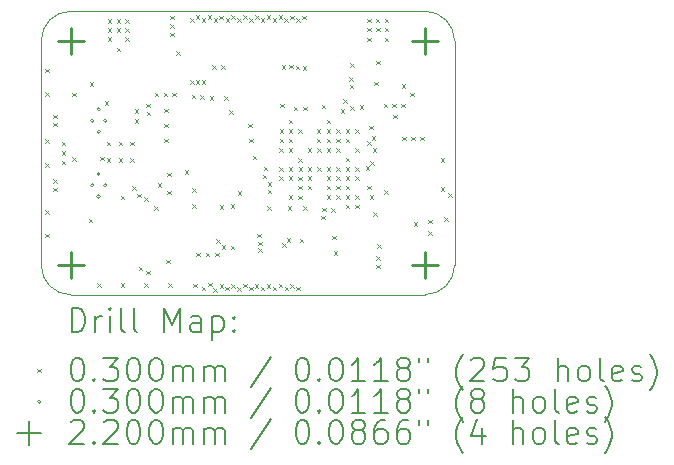
<source format=gbr>
%TF.GenerationSoftware,KiCad,Pcbnew,8.0.7*%
%TF.CreationDate,2025-08-30T11:06:20-07:00*%
%TF.ProjectId,Pivot_Core,5069766f-745f-4436-9f72-652e6b696361,rev?*%
%TF.SameCoordinates,Original*%
%TF.FileFunction,Drillmap*%
%TF.FilePolarity,Positive*%
%FSLAX45Y45*%
G04 Gerber Fmt 4.5, Leading zero omitted, Abs format (unit mm)*
G04 Created by KiCad (PCBNEW 8.0.7) date 2025-08-30 11:06:20*
%MOMM*%
%LPD*%
G01*
G04 APERTURE LIST*
%ADD10C,0.050000*%
%ADD11C,0.200000*%
%ADD12C,0.100000*%
%ADD13C,0.220000*%
G04 APERTURE END LIST*
D10*
X16250000Y-7800000D02*
G75*
G02*
X16500000Y-8050000I0J-250000D01*
G01*
X13250000Y-7800000D02*
X16250000Y-7800000D01*
X16250000Y-10200000D02*
X13250000Y-10200000D01*
X13000000Y-8050000D02*
G75*
G02*
X13250000Y-7800000I250000J0D01*
G01*
X16500000Y-9950000D02*
X16500000Y-8050000D01*
X16500000Y-9950000D02*
G75*
G02*
X16250000Y-10200000I-250000J0D01*
G01*
X13250000Y-10200000D02*
G75*
G02*
X13000000Y-9950000I0J250000D01*
G01*
X13000000Y-9950000D02*
X13000000Y-8050000D01*
D11*
D12*
X13035000Y-8285000D02*
X13065000Y-8315000D01*
X13065000Y-8285000D02*
X13035000Y-8315000D01*
X13035000Y-8485000D02*
X13065000Y-8515000D01*
X13065000Y-8485000D02*
X13035000Y-8515000D01*
X13035000Y-8885000D02*
X13065000Y-8915000D01*
X13065000Y-8885000D02*
X13035000Y-8915000D01*
X13035000Y-9085000D02*
X13065000Y-9115000D01*
X13065000Y-9085000D02*
X13035000Y-9115000D01*
X13035000Y-9485000D02*
X13065000Y-9515000D01*
X13065000Y-9485000D02*
X13035000Y-9515000D01*
X13035000Y-9685000D02*
X13065000Y-9715000D01*
X13065000Y-9685000D02*
X13035000Y-9715000D01*
X13103500Y-8676009D02*
X13133500Y-8706009D01*
X13133500Y-8676009D02*
X13103500Y-8706009D01*
X13103500Y-8746009D02*
X13133500Y-8776009D01*
X13133500Y-8746009D02*
X13103500Y-8776009D01*
X13103500Y-9223000D02*
X13133500Y-9253000D01*
X13133500Y-9223000D02*
X13103500Y-9253000D01*
X13103500Y-9293000D02*
X13133500Y-9323000D01*
X13133500Y-9293000D02*
X13103500Y-9323000D01*
X13175000Y-8905000D02*
X13205000Y-8935000D01*
X13205000Y-8905000D02*
X13175000Y-8935000D01*
X13175000Y-8985000D02*
X13205000Y-9015000D01*
X13205000Y-8985000D02*
X13175000Y-9015000D01*
X13175000Y-9065000D02*
X13205000Y-9095000D01*
X13205000Y-9065000D02*
X13175000Y-9095000D01*
X13263000Y-8492000D02*
X13293000Y-8522000D01*
X13293000Y-8492000D02*
X13263000Y-8522000D01*
X13263000Y-9037000D02*
X13293000Y-9067000D01*
X13293000Y-9037000D02*
X13263000Y-9067000D01*
X13404000Y-9555000D02*
X13434000Y-9585000D01*
X13434000Y-9555000D02*
X13404000Y-9585000D01*
X13411000Y-8400000D02*
X13441000Y-8430000D01*
X13441000Y-8400000D02*
X13411000Y-8430000D01*
X13475000Y-10105000D02*
X13505000Y-10135000D01*
X13505000Y-10105000D02*
X13475000Y-10135000D01*
X13500000Y-9032000D02*
X13530000Y-9062000D01*
X13530000Y-9032000D02*
X13500000Y-9062000D01*
X13537000Y-8560000D02*
X13567000Y-8590000D01*
X13567000Y-8560000D02*
X13537000Y-8590000D01*
X13555000Y-8905000D02*
X13585000Y-8935000D01*
X13585000Y-8905000D02*
X13555000Y-8935000D01*
X13555000Y-9045000D02*
X13585000Y-9075000D01*
X13585000Y-9045000D02*
X13555000Y-9075000D01*
X13563000Y-7866000D02*
X13593000Y-7896000D01*
X13593000Y-7866000D02*
X13563000Y-7896000D01*
X13564000Y-7942000D02*
X13594000Y-7972000D01*
X13594000Y-7942000D02*
X13564000Y-7972000D01*
X13565000Y-8020000D02*
X13595000Y-8050000D01*
X13595000Y-8020000D02*
X13565000Y-8050000D01*
X13638000Y-7866000D02*
X13668000Y-7896000D01*
X13668000Y-7866000D02*
X13638000Y-7896000D01*
X13639000Y-7942000D02*
X13669000Y-7972000D01*
X13669000Y-7942000D02*
X13639000Y-7972000D01*
X13640000Y-8110000D02*
X13670000Y-8140000D01*
X13670000Y-8110000D02*
X13640000Y-8140000D01*
X13655000Y-8905000D02*
X13685000Y-8935000D01*
X13685000Y-8905000D02*
X13655000Y-8935000D01*
X13655000Y-9045000D02*
X13685000Y-9075000D01*
X13685000Y-9045000D02*
X13655000Y-9075000D01*
X13674000Y-9363000D02*
X13704000Y-9393000D01*
X13704000Y-9363000D02*
X13674000Y-9393000D01*
X13675000Y-10105000D02*
X13705000Y-10135000D01*
X13705000Y-10105000D02*
X13675000Y-10135000D01*
X13712000Y-7866000D02*
X13742000Y-7896000D01*
X13742000Y-7866000D02*
X13712000Y-7896000D01*
X13713000Y-7942000D02*
X13743000Y-7972000D01*
X13743000Y-7942000D02*
X13713000Y-7972000D01*
X13713000Y-8020000D02*
X13743000Y-8050000D01*
X13743000Y-8020000D02*
X13713000Y-8050000D01*
X13755000Y-8905000D02*
X13785000Y-8935000D01*
X13785000Y-8905000D02*
X13755000Y-8935000D01*
X13755000Y-9045000D02*
X13785000Y-9075000D01*
X13785000Y-9045000D02*
X13755000Y-9075000D01*
X13773000Y-9284000D02*
X13803000Y-9314000D01*
X13803000Y-9284000D02*
X13773000Y-9314000D01*
X13792238Y-8715091D02*
X13822238Y-8745091D01*
X13822238Y-8715091D02*
X13792238Y-8745091D01*
X13793000Y-8631000D02*
X13823000Y-8661000D01*
X13823000Y-8631000D02*
X13793000Y-8661000D01*
X13814309Y-9346599D02*
X13844309Y-9376599D01*
X13844309Y-9346599D02*
X13814309Y-9376599D01*
X13825000Y-9962750D02*
X13855000Y-9992750D01*
X13855000Y-9962750D02*
X13825000Y-9992750D01*
X13871995Y-9376555D02*
X13901995Y-9406555D01*
X13901995Y-9376555D02*
X13871995Y-9406555D01*
X13875000Y-10105000D02*
X13905000Y-10135000D01*
X13905000Y-10105000D02*
X13875000Y-10135000D01*
X13890000Y-9996000D02*
X13920000Y-10026000D01*
X13920000Y-9996000D02*
X13890000Y-10026000D01*
X13891000Y-8584000D02*
X13921000Y-8614000D01*
X13921000Y-8584000D02*
X13891000Y-8614000D01*
X13892000Y-8651000D02*
X13922000Y-8681000D01*
X13922000Y-8651000D02*
X13892000Y-8681000D01*
X13957000Y-9453000D02*
X13987000Y-9483000D01*
X13987000Y-9453000D02*
X13957000Y-9483000D01*
X13961000Y-8489000D02*
X13991000Y-8519000D01*
X13991000Y-8489000D02*
X13961000Y-8519000D01*
X13987500Y-9255789D02*
X14017500Y-9285789D01*
X14017500Y-9255789D02*
X13987500Y-9285789D01*
X14036000Y-8490000D02*
X14066000Y-8520000D01*
X14066000Y-8490000D02*
X14036000Y-8520000D01*
X14043000Y-8625000D02*
X14073000Y-8655000D01*
X14073000Y-8625000D02*
X14043000Y-8655000D01*
X14043000Y-8752000D02*
X14073000Y-8782000D01*
X14073000Y-8752000D02*
X14043000Y-8782000D01*
X14043000Y-8879000D02*
X14073000Y-8909000D01*
X14073000Y-8879000D02*
X14043000Y-8909000D01*
X14061000Y-9904000D02*
X14091000Y-9934000D01*
X14091000Y-9904000D02*
X14061000Y-9934000D01*
X14066355Y-9165645D02*
X14096355Y-9195645D01*
X14096355Y-9165645D02*
X14066355Y-9195645D01*
X14068645Y-9321355D02*
X14098645Y-9351355D01*
X14098645Y-9321355D02*
X14068645Y-9351355D01*
X14075000Y-10105000D02*
X14105000Y-10135000D01*
X14105000Y-10105000D02*
X14075000Y-10135000D01*
X14094000Y-7837000D02*
X14124000Y-7867000D01*
X14124000Y-7837000D02*
X14094000Y-7867000D01*
X14095000Y-7910000D02*
X14125000Y-7940000D01*
X14125000Y-7910000D02*
X14095000Y-7940000D01*
X14095000Y-7983000D02*
X14125000Y-8013000D01*
X14125000Y-7983000D02*
X14095000Y-8013000D01*
X14109000Y-8489000D02*
X14139000Y-8519000D01*
X14139000Y-8489000D02*
X14109000Y-8519000D01*
X14145000Y-8141000D02*
X14175000Y-8171000D01*
X14175000Y-8141000D02*
X14145000Y-8171000D01*
X14215000Y-9145000D02*
X14245000Y-9175000D01*
X14245000Y-9145000D02*
X14215000Y-9175000D01*
X14260000Y-7859000D02*
X14290000Y-7889000D01*
X14290000Y-7859000D02*
X14260000Y-7889000D01*
X14260000Y-8385000D02*
X14290000Y-8415000D01*
X14290000Y-8385000D02*
X14260000Y-8415000D01*
X14275000Y-8508000D02*
X14305000Y-8538000D01*
X14305000Y-8508000D02*
X14275000Y-8538000D01*
X14279000Y-9432000D02*
X14309000Y-9462000D01*
X14309000Y-9432000D02*
X14279000Y-9462000D01*
X14280000Y-9299819D02*
X14310000Y-9329819D01*
X14310000Y-9299819D02*
X14280000Y-9329819D01*
X14286000Y-10106000D02*
X14316000Y-10136000D01*
X14316000Y-10106000D02*
X14286000Y-10136000D01*
X14309999Y-7836084D02*
X14339999Y-7866084D01*
X14339999Y-7836084D02*
X14309999Y-7866084D01*
X14310000Y-8385000D02*
X14340000Y-8415000D01*
X14340000Y-8385000D02*
X14310000Y-8415000D01*
X14315000Y-9845000D02*
X14345000Y-9875000D01*
X14345000Y-9845000D02*
X14315000Y-9875000D01*
X14345000Y-8509000D02*
X14375000Y-8539000D01*
X14375000Y-8509000D02*
X14345000Y-8539000D01*
X14360000Y-8385000D02*
X14390000Y-8415000D01*
X14390000Y-8385000D02*
X14360000Y-8415000D01*
X14360031Y-7858927D02*
X14390031Y-7888927D01*
X14390031Y-7858927D02*
X14360031Y-7888927D01*
X14361000Y-10131000D02*
X14391000Y-10161000D01*
X14391000Y-10131000D02*
X14361000Y-10161000D01*
X14395000Y-9845000D02*
X14425000Y-9875000D01*
X14425000Y-9845000D02*
X14395000Y-9875000D01*
X14410053Y-7836062D02*
X14440053Y-7866062D01*
X14440053Y-7836062D02*
X14410053Y-7866062D01*
X14415000Y-10100000D02*
X14445000Y-10130000D01*
X14445000Y-10100000D02*
X14415000Y-10130000D01*
X14426430Y-8521424D02*
X14456430Y-8551424D01*
X14456430Y-8521424D02*
X14426430Y-8551424D01*
X14447500Y-8255800D02*
X14477500Y-8285800D01*
X14477500Y-8255800D02*
X14447500Y-8285800D01*
X14459000Y-10146000D02*
X14489000Y-10176000D01*
X14489000Y-10146000D02*
X14459000Y-10176000D01*
X14459667Y-7859798D02*
X14489667Y-7889798D01*
X14489667Y-7859798D02*
X14459667Y-7889798D01*
X14475000Y-9845000D02*
X14505000Y-9875000D01*
X14505000Y-9845000D02*
X14475000Y-9875000D01*
X14480251Y-9730251D02*
X14510251Y-9760251D01*
X14510251Y-9730251D02*
X14480251Y-9760251D01*
X14509805Y-7837186D02*
X14539805Y-7867186D01*
X14539805Y-7837186D02*
X14509805Y-7867186D01*
X14510774Y-10109259D02*
X14540774Y-10139259D01*
X14540774Y-10109259D02*
X14510774Y-10139259D01*
X14512000Y-9441000D02*
X14542000Y-9471000D01*
X14542000Y-9441000D02*
X14512000Y-9471000D01*
X14522500Y-8255800D02*
X14552500Y-8285800D01*
X14552500Y-8255800D02*
X14522500Y-8285800D01*
X14529749Y-9779749D02*
X14559749Y-9809749D01*
X14559749Y-9779749D02*
X14529749Y-9809749D01*
X14548576Y-8521424D02*
X14578576Y-8551424D01*
X14578576Y-8521424D02*
X14548576Y-8551424D01*
X14560806Y-10132102D02*
X14590806Y-10162102D01*
X14590806Y-10132102D02*
X14560806Y-10162102D01*
X14561000Y-7859000D02*
X14591000Y-7889000D01*
X14591000Y-7859000D02*
X14561000Y-7889000D01*
X14593000Y-8637000D02*
X14623000Y-8667000D01*
X14623000Y-8637000D02*
X14593000Y-8667000D01*
X14605000Y-9434000D02*
X14635000Y-9464000D01*
X14635000Y-9434000D02*
X14605000Y-9464000D01*
X14607000Y-9786000D02*
X14637000Y-9816000D01*
X14637000Y-9786000D02*
X14607000Y-9816000D01*
X14610805Y-10109186D02*
X14640805Y-10139186D01*
X14640805Y-10109186D02*
X14610805Y-10139186D01*
X14610999Y-7836084D02*
X14640999Y-7866084D01*
X14640999Y-7836084D02*
X14610999Y-7866084D01*
X14659000Y-10137000D02*
X14689000Y-10167000D01*
X14689000Y-10137000D02*
X14659000Y-10167000D01*
X14661031Y-7858927D02*
X14691031Y-7888927D01*
X14691031Y-7858927D02*
X14661031Y-7888927D01*
X14664000Y-9323250D02*
X14694000Y-9353250D01*
X14694000Y-9323250D02*
X14664000Y-9353250D01*
X14710137Y-10108388D02*
X14740137Y-10138388D01*
X14740137Y-10108388D02*
X14710137Y-10138388D01*
X14711053Y-7836062D02*
X14741053Y-7866062D01*
X14741053Y-7836062D02*
X14711053Y-7866062D01*
X14754000Y-8752000D02*
X14784000Y-8782000D01*
X14784000Y-8752000D02*
X14754000Y-8782000D01*
X14759752Y-10132124D02*
X14789752Y-10162124D01*
X14789752Y-10132124D02*
X14759752Y-10162124D01*
X14760568Y-8879000D02*
X14790568Y-8909000D01*
X14790568Y-8879000D02*
X14760568Y-8909000D01*
X14760667Y-7859798D02*
X14790667Y-7889798D01*
X14790667Y-7859798D02*
X14760667Y-7889798D01*
X14790000Y-9023000D02*
X14820000Y-9053000D01*
X14820000Y-9023000D02*
X14790000Y-9053000D01*
X14809774Y-10109259D02*
X14839774Y-10139259D01*
X14839774Y-10109259D02*
X14809774Y-10139259D01*
X14812000Y-7832000D02*
X14842000Y-7862000D01*
X14842000Y-7832000D02*
X14812000Y-7862000D01*
X14830000Y-9684289D02*
X14860000Y-9714289D01*
X14860000Y-9684289D02*
X14830000Y-9714289D01*
X14840000Y-9806467D02*
X14870000Y-9836467D01*
X14870000Y-9806467D02*
X14840000Y-9836467D01*
X14840000Y-9751467D02*
X14870000Y-9781467D01*
X14870000Y-9751467D02*
X14840000Y-9781467D01*
X14859806Y-10132102D02*
X14889806Y-10162102D01*
X14889806Y-10132102D02*
X14859806Y-10162102D01*
X14860000Y-7859000D02*
X14890000Y-7889000D01*
X14890000Y-7859000D02*
X14860000Y-7889000D01*
X14875000Y-9185000D02*
X14905000Y-9215000D01*
X14905000Y-9185000D02*
X14875000Y-9215000D01*
X14883000Y-9116000D02*
X14913000Y-9146000D01*
X14913000Y-9116000D02*
X14883000Y-9146000D01*
X14909805Y-10109186D02*
X14939805Y-10139186D01*
X14939805Y-10109186D02*
X14909805Y-10139186D01*
X14909999Y-7836084D02*
X14939999Y-7866084D01*
X14939999Y-7836084D02*
X14909999Y-7866084D01*
X14915000Y-9450000D02*
X14945000Y-9480000D01*
X14945000Y-9450000D02*
X14915000Y-9480000D01*
X14917000Y-9246500D02*
X14947000Y-9276500D01*
X14947000Y-9246500D02*
X14917000Y-9276500D01*
X14917000Y-9311500D02*
X14947000Y-9341500D01*
X14947000Y-9311500D02*
X14917000Y-9341500D01*
X14960031Y-7858927D02*
X14990031Y-7888927D01*
X14990031Y-7858927D02*
X14960031Y-7888927D01*
X14961000Y-10131000D02*
X14991000Y-10161000D01*
X14991000Y-10131000D02*
X14961000Y-10161000D01*
X15010053Y-7836062D02*
X15040053Y-7866062D01*
X15040053Y-7836062D02*
X15010053Y-7866062D01*
X15011137Y-10108388D02*
X15041137Y-10138388D01*
X15041137Y-10108388D02*
X15011137Y-10138388D01*
X15014749Y-9119000D02*
X15044749Y-9149000D01*
X15044749Y-9119000D02*
X15014749Y-9149000D01*
X15015383Y-9198393D02*
X15045383Y-9228393D01*
X15045383Y-9198393D02*
X15015383Y-9228393D01*
X15017000Y-8959000D02*
X15047000Y-8989000D01*
X15047000Y-8959000D02*
X15017000Y-8989000D01*
X15019251Y-8799000D02*
X15049251Y-8829000D01*
X15049251Y-8799000D02*
X15019251Y-8829000D01*
X15019251Y-8879000D02*
X15049251Y-8909000D01*
X15049251Y-8879000D02*
X15019251Y-8909000D01*
X15022000Y-8584000D02*
X15052000Y-8614000D01*
X15052000Y-8584000D02*
X15022000Y-8614000D01*
X15038000Y-8255000D02*
X15068000Y-8285000D01*
X15068000Y-8255000D02*
X15038000Y-8285000D01*
X15042999Y-9764426D02*
X15072999Y-9794426D01*
X15072999Y-9764426D02*
X15042999Y-9794426D01*
X15059667Y-7859798D02*
X15089667Y-7889798D01*
X15089667Y-7859798D02*
X15059667Y-7889798D01*
X15060752Y-10132124D02*
X15090752Y-10162124D01*
X15090752Y-10132124D02*
X15060752Y-10162124D01*
X15078000Y-9722000D02*
X15108000Y-9752000D01*
X15108000Y-9722000D02*
X15078000Y-9752000D01*
X15088431Y-9450000D02*
X15118431Y-9480000D01*
X15118431Y-9450000D02*
X15088431Y-9480000D01*
X15094749Y-9119000D02*
X15124749Y-9149000D01*
X15124749Y-9119000D02*
X15094749Y-9149000D01*
X15096986Y-9356765D02*
X15126986Y-9386765D01*
X15126986Y-9356765D02*
X15096986Y-9386765D01*
X15097000Y-9199304D02*
X15127000Y-9229304D01*
X15127000Y-9199304D02*
X15097000Y-9229304D01*
X15097000Y-8719000D02*
X15127000Y-8749000D01*
X15127000Y-8719000D02*
X15097000Y-8749000D01*
X15097000Y-8799000D02*
X15127000Y-8829000D01*
X15127000Y-8799000D02*
X15097000Y-8829000D01*
X15097000Y-8879000D02*
X15127000Y-8909000D01*
X15127000Y-8879000D02*
X15097000Y-8909000D01*
X15097000Y-8959000D02*
X15127000Y-8989000D01*
X15127000Y-8959000D02*
X15097000Y-8989000D01*
X15100000Y-8253000D02*
X15130000Y-8283000D01*
X15130000Y-8253000D02*
X15100000Y-8283000D01*
X15109805Y-7837186D02*
X15139805Y-7867186D01*
X15139805Y-7837186D02*
X15109805Y-7867186D01*
X15110774Y-10109259D02*
X15140774Y-10139259D01*
X15140774Y-10109259D02*
X15110774Y-10139259D01*
X15137000Y-8610000D02*
X15167000Y-8640000D01*
X15167000Y-8610000D02*
X15137000Y-8640000D01*
X15156098Y-8263000D02*
X15186098Y-8293000D01*
X15186098Y-8263000D02*
X15156098Y-8293000D01*
X15159701Y-7860325D02*
X15189701Y-7890325D01*
X15189701Y-7860325D02*
X15159701Y-7890325D01*
X15160806Y-10132102D02*
X15190806Y-10162102D01*
X15190806Y-10132102D02*
X15160806Y-10162102D01*
X15177000Y-8799000D02*
X15207000Y-8829000D01*
X15207000Y-8799000D02*
X15177000Y-8829000D01*
X15177000Y-9200111D02*
X15207000Y-9230111D01*
X15207000Y-9200111D02*
X15177000Y-9230111D01*
X15177000Y-9279000D02*
X15207000Y-9309000D01*
X15207000Y-9279000D02*
X15177000Y-9309000D01*
X15177000Y-9361251D02*
X15207000Y-9391251D01*
X15207000Y-9361251D02*
X15177000Y-9391251D01*
X15178109Y-9042462D02*
X15208109Y-9072462D01*
X15208109Y-9042462D02*
X15178109Y-9072462D01*
X15179251Y-9119000D02*
X15209251Y-9149000D01*
X15209251Y-9119000D02*
X15179251Y-9149000D01*
X15188000Y-9726000D02*
X15218000Y-9756000D01*
X15218000Y-9726000D02*
X15188000Y-9756000D01*
X15210015Y-7838110D02*
X15240015Y-7868110D01*
X15240015Y-7838110D02*
X15210015Y-7868110D01*
X15215000Y-8264000D02*
X15245000Y-8294000D01*
X15245000Y-8264000D02*
X15215000Y-8294000D01*
X15217000Y-8610000D02*
X15247000Y-8640000D01*
X15247000Y-8610000D02*
X15217000Y-8640000D01*
X15217000Y-9453000D02*
X15247000Y-9483000D01*
X15247000Y-9453000D02*
X15217000Y-9483000D01*
X15257000Y-8959000D02*
X15287000Y-8989000D01*
X15287000Y-8959000D02*
X15257000Y-8989000D01*
X15257000Y-9121251D02*
X15287000Y-9151251D01*
X15287000Y-9121251D02*
X15257000Y-9151251D01*
X15257000Y-9199000D02*
X15287000Y-9229000D01*
X15287000Y-9199000D02*
X15257000Y-9229000D01*
X15257500Y-9277500D02*
X15287500Y-9307500D01*
X15287500Y-9277500D02*
X15257500Y-9307500D01*
X15334749Y-8879000D02*
X15364749Y-8909000D01*
X15364749Y-8879000D02*
X15334749Y-8909000D01*
X15334749Y-8799000D02*
X15364749Y-8829000D01*
X15364749Y-8799000D02*
X15334749Y-8829000D01*
X15337000Y-8959000D02*
X15367000Y-8989000D01*
X15367000Y-8959000D02*
X15337000Y-8989000D01*
X15337000Y-9119000D02*
X15367000Y-9149000D01*
X15367000Y-9119000D02*
X15337000Y-9149000D01*
X15372134Y-9531122D02*
X15402134Y-9561122D01*
X15402134Y-9531122D02*
X15372134Y-9561122D01*
X15377000Y-8591000D02*
X15407000Y-8621000D01*
X15407000Y-8591000D02*
X15377000Y-8621000D01*
X15378000Y-9465000D02*
X15408000Y-9495000D01*
X15408000Y-9465000D02*
X15378000Y-9495000D01*
X15417000Y-8719000D02*
X15447000Y-8749000D01*
X15447000Y-8719000D02*
X15417000Y-8749000D01*
X15417000Y-8799000D02*
X15447000Y-8829000D01*
X15447000Y-8799000D02*
X15417000Y-8829000D01*
X15417000Y-8879000D02*
X15447000Y-8909000D01*
X15447000Y-8879000D02*
X15417000Y-8909000D01*
X15417000Y-8959000D02*
X15447000Y-8989000D01*
X15447000Y-8959000D02*
X15417000Y-8989000D01*
X15417000Y-9119000D02*
X15447000Y-9149000D01*
X15447000Y-9119000D02*
X15417000Y-9149000D01*
X15417000Y-9199000D02*
X15447000Y-9229000D01*
X15447000Y-9199000D02*
X15417000Y-9229000D01*
X15417000Y-9279000D02*
X15447000Y-9309000D01*
X15447000Y-9279000D02*
X15417000Y-9309000D01*
X15417000Y-9359000D02*
X15447000Y-9389000D01*
X15447000Y-9359000D02*
X15417000Y-9389000D01*
X15458000Y-9468000D02*
X15488000Y-9498000D01*
X15488000Y-9468000D02*
X15458000Y-9498000D01*
X15465241Y-9702000D02*
X15495241Y-9732000D01*
X15495241Y-9702000D02*
X15465241Y-9732000D01*
X15476000Y-9833000D02*
X15506000Y-9863000D01*
X15506000Y-9833000D02*
X15476000Y-9863000D01*
X15497000Y-8799000D02*
X15527000Y-8829000D01*
X15527000Y-8799000D02*
X15497000Y-8829000D01*
X15497000Y-8879000D02*
X15527000Y-8909000D01*
X15527000Y-8879000D02*
X15497000Y-8909000D01*
X15497000Y-8959000D02*
X15527000Y-8989000D01*
X15527000Y-8959000D02*
X15497000Y-8989000D01*
X15497000Y-9119000D02*
X15527000Y-9149000D01*
X15527000Y-9119000D02*
X15497000Y-9149000D01*
X15497000Y-9199000D02*
X15527000Y-9229000D01*
X15527000Y-9199000D02*
X15497000Y-9229000D01*
X15497000Y-9279000D02*
X15527000Y-9309000D01*
X15527000Y-9279000D02*
X15497000Y-9309000D01*
X15497000Y-9359000D02*
X15527000Y-9389000D01*
X15527000Y-9359000D02*
X15497000Y-9389000D01*
X15537000Y-8630000D02*
X15567000Y-8660000D01*
X15567000Y-8630000D02*
X15537000Y-8660000D01*
X15558217Y-8546382D02*
X15588217Y-8576382D01*
X15588217Y-8546382D02*
X15558217Y-8576382D01*
X15577000Y-8799000D02*
X15607000Y-8829000D01*
X15607000Y-8799000D02*
X15577000Y-8829000D01*
X15577000Y-8879000D02*
X15607000Y-8909000D01*
X15607000Y-8879000D02*
X15577000Y-8909000D01*
X15577000Y-9039000D02*
X15607000Y-9069000D01*
X15607000Y-9039000D02*
X15577000Y-9069000D01*
X15577000Y-9119000D02*
X15607000Y-9149000D01*
X15607000Y-9119000D02*
X15577000Y-9149000D01*
X15577000Y-9199000D02*
X15607000Y-9229000D01*
X15607000Y-9199000D02*
X15577000Y-9229000D01*
X15577000Y-9279000D02*
X15607000Y-9309000D01*
X15607000Y-9279000D02*
X15577000Y-9309000D01*
X15577000Y-9359000D02*
X15607000Y-9389000D01*
X15607000Y-9359000D02*
X15577000Y-9389000D01*
X15577000Y-9439000D02*
X15607000Y-9469000D01*
X15607000Y-9439000D02*
X15577000Y-9469000D01*
X15609815Y-8359135D02*
X15639815Y-8389135D01*
X15639815Y-8359135D02*
X15609815Y-8389135D01*
X15614000Y-8424000D02*
X15644000Y-8454000D01*
X15644000Y-8424000D02*
X15614000Y-8454000D01*
X15617000Y-8605000D02*
X15647000Y-8635000D01*
X15647000Y-8605000D02*
X15617000Y-8635000D01*
X15619000Y-8241000D02*
X15649000Y-8271000D01*
X15649000Y-8241000D02*
X15619000Y-8271000D01*
X15657000Y-9119000D02*
X15687000Y-9149000D01*
X15687000Y-9119000D02*
X15657000Y-9149000D01*
X15657000Y-8799000D02*
X15687000Y-8829000D01*
X15687000Y-8799000D02*
X15657000Y-8829000D01*
X15657000Y-8959000D02*
X15687000Y-8989000D01*
X15687000Y-8959000D02*
X15657000Y-8989000D01*
X15657000Y-9199000D02*
X15687000Y-9229000D01*
X15687000Y-9199000D02*
X15657000Y-9229000D01*
X15657000Y-9359000D02*
X15687000Y-9389000D01*
X15687000Y-9359000D02*
X15657000Y-9389000D01*
X15657000Y-9439000D02*
X15687000Y-9469000D01*
X15687000Y-9439000D02*
X15657000Y-9469000D01*
X15697000Y-8597000D02*
X15727000Y-8627000D01*
X15727000Y-8597000D02*
X15697000Y-8627000D01*
X15747000Y-9114000D02*
X15777000Y-9144000D01*
X15777000Y-9114000D02*
X15747000Y-9144000D01*
X15759000Y-7863000D02*
X15789000Y-7893000D01*
X15789000Y-7863000D02*
X15759000Y-7893000D01*
X15760000Y-7939000D02*
X15790000Y-7969000D01*
X15790000Y-7939000D02*
X15760000Y-7969000D01*
X15760000Y-8026000D02*
X15790000Y-8056000D01*
X15790000Y-8026000D02*
X15760000Y-8056000D01*
X15760000Y-8901000D02*
X15790000Y-8931000D01*
X15790000Y-8901000D02*
X15760000Y-8931000D01*
X15763000Y-9279092D02*
X15793000Y-9309092D01*
X15793000Y-9279092D02*
X15763000Y-9309092D01*
X15780000Y-8771000D02*
X15810000Y-8801000D01*
X15810000Y-8771000D02*
X15780000Y-8801000D01*
X15781000Y-9359000D02*
X15811000Y-9389000D01*
X15811000Y-9359000D02*
X15781000Y-9389000D01*
X15788000Y-9068000D02*
X15818000Y-9098000D01*
X15818000Y-9068000D02*
X15788000Y-9098000D01*
X15800000Y-8857000D02*
X15830000Y-8887000D01*
X15830000Y-8857000D02*
X15800000Y-8887000D01*
X15809000Y-8958000D02*
X15839000Y-8988000D01*
X15839000Y-8958000D02*
X15809000Y-8988000D01*
X15813000Y-9504000D02*
X15843000Y-9534000D01*
X15843000Y-9504000D02*
X15813000Y-9534000D01*
X15818000Y-8397000D02*
X15848000Y-8427000D01*
X15848000Y-8397000D02*
X15818000Y-8427000D01*
X15834000Y-7863000D02*
X15864000Y-7893000D01*
X15864000Y-7863000D02*
X15834000Y-7893000D01*
X15835000Y-7939000D02*
X15865000Y-7969000D01*
X15865000Y-7939000D02*
X15835000Y-7969000D01*
X15835000Y-9945000D02*
X15865000Y-9975000D01*
X15865000Y-9945000D02*
X15835000Y-9975000D01*
X15835573Y-8218875D02*
X15865573Y-8248875D01*
X15865573Y-8218875D02*
X15835573Y-8248875D01*
X15836000Y-9873000D02*
X15866000Y-9903000D01*
X15866000Y-9873000D02*
X15836000Y-9903000D01*
X15845000Y-9771000D02*
X15875000Y-9801000D01*
X15875000Y-9771000D02*
X15845000Y-9801000D01*
X15899000Y-8584000D02*
X15929000Y-8614000D01*
X15929000Y-8584000D02*
X15899000Y-8614000D01*
X15907000Y-9315000D02*
X15937000Y-9345000D01*
X15937000Y-9315000D02*
X15907000Y-9345000D01*
X15908000Y-7863000D02*
X15938000Y-7893000D01*
X15938000Y-7863000D02*
X15908000Y-7893000D01*
X15908000Y-8026000D02*
X15938000Y-8056000D01*
X15938000Y-8026000D02*
X15908000Y-8056000D01*
X15909000Y-7939000D02*
X15939000Y-7969000D01*
X15939000Y-7939000D02*
X15909000Y-7969000D01*
X15974000Y-8585000D02*
X16004000Y-8615000D01*
X16004000Y-8585000D02*
X15974000Y-8615000D01*
X15980000Y-8675000D02*
X16010000Y-8705000D01*
X16010000Y-8675000D02*
X15980000Y-8705000D01*
X16047000Y-8584000D02*
X16077000Y-8614000D01*
X16077000Y-8584000D02*
X16047000Y-8614000D01*
X16051000Y-8417000D02*
X16081000Y-8447000D01*
X16081000Y-8417000D02*
X16051000Y-8447000D01*
X16057500Y-8862000D02*
X16087500Y-8892000D01*
X16087500Y-8862000D02*
X16057500Y-8892000D01*
X16124000Y-8490000D02*
X16154000Y-8520000D01*
X16154000Y-8490000D02*
X16124000Y-8520000D01*
X16133000Y-8862000D02*
X16163000Y-8892000D01*
X16163000Y-8862000D02*
X16133000Y-8892000D01*
X16156000Y-9587000D02*
X16186000Y-9617000D01*
X16186000Y-9587000D02*
X16156000Y-9617000D01*
X16208500Y-8862000D02*
X16238500Y-8892000D01*
X16238500Y-8862000D02*
X16208500Y-8892000D01*
X16275000Y-9565000D02*
X16305000Y-9595000D01*
X16305000Y-9565000D02*
X16275000Y-9595000D01*
X16275000Y-9665000D02*
X16305000Y-9695000D01*
X16305000Y-9665000D02*
X16275000Y-9695000D01*
X16384000Y-9289000D02*
X16414000Y-9319000D01*
X16414000Y-9289000D02*
X16384000Y-9319000D01*
X16385000Y-9043000D02*
X16415000Y-9073000D01*
X16415000Y-9043000D02*
X16385000Y-9073000D01*
X16412500Y-9544000D02*
X16442500Y-9574000D01*
X16442500Y-9544000D02*
X16412500Y-9574000D01*
X16448000Y-9339000D02*
X16478000Y-9369000D01*
X16478000Y-9339000D02*
X16448000Y-9369000D01*
X13447000Y-8726009D02*
G75*
G02*
X13417000Y-8726009I-15000J0D01*
G01*
X13417000Y-8726009D02*
G75*
G02*
X13447000Y-8726009I15000J0D01*
G01*
X13447000Y-9273000D02*
G75*
G02*
X13417000Y-9273000I-15000J0D01*
G01*
X13417000Y-9273000D02*
G75*
G02*
X13447000Y-9273000I15000J0D01*
G01*
X13502000Y-8631009D02*
G75*
G02*
X13472000Y-8631009I-15000J0D01*
G01*
X13472000Y-8631009D02*
G75*
G02*
X13502000Y-8631009I15000J0D01*
G01*
X13502000Y-8821009D02*
G75*
G02*
X13472000Y-8821009I-15000J0D01*
G01*
X13472000Y-8821009D02*
G75*
G02*
X13502000Y-8821009I15000J0D01*
G01*
X13502000Y-9178000D02*
G75*
G02*
X13472000Y-9178000I-15000J0D01*
G01*
X13472000Y-9178000D02*
G75*
G02*
X13502000Y-9178000I15000J0D01*
G01*
X13502000Y-9368000D02*
G75*
G02*
X13472000Y-9368000I-15000J0D01*
G01*
X13472000Y-9368000D02*
G75*
G02*
X13502000Y-9368000I15000J0D01*
G01*
X13557000Y-8726009D02*
G75*
G02*
X13527000Y-8726009I-15000J0D01*
G01*
X13527000Y-8726009D02*
G75*
G02*
X13557000Y-8726009I15000J0D01*
G01*
X13557000Y-9273000D02*
G75*
G02*
X13527000Y-9273000I-15000J0D01*
G01*
X13527000Y-9273000D02*
G75*
G02*
X13557000Y-9273000I15000J0D01*
G01*
D13*
X13250000Y-7940000D02*
X13250000Y-8160000D01*
X13140000Y-8050000D02*
X13360000Y-8050000D01*
X13250000Y-9840000D02*
X13250000Y-10060000D01*
X13140000Y-9950000D02*
X13360000Y-9950000D01*
X16250000Y-7940000D02*
X16250000Y-8160000D01*
X16140000Y-8050000D02*
X16360000Y-8050000D01*
X16250000Y-9840000D02*
X16250000Y-10060000D01*
X16140000Y-9950000D02*
X16360000Y-9950000D01*
D11*
X13258277Y-10513984D02*
X13258277Y-10313984D01*
X13258277Y-10313984D02*
X13305896Y-10313984D01*
X13305896Y-10313984D02*
X13334467Y-10323508D01*
X13334467Y-10323508D02*
X13353515Y-10342555D01*
X13353515Y-10342555D02*
X13363039Y-10361603D01*
X13363039Y-10361603D02*
X13372562Y-10399698D01*
X13372562Y-10399698D02*
X13372562Y-10428270D01*
X13372562Y-10428270D02*
X13363039Y-10466365D01*
X13363039Y-10466365D02*
X13353515Y-10485412D01*
X13353515Y-10485412D02*
X13334467Y-10504460D01*
X13334467Y-10504460D02*
X13305896Y-10513984D01*
X13305896Y-10513984D02*
X13258277Y-10513984D01*
X13458277Y-10513984D02*
X13458277Y-10380650D01*
X13458277Y-10418746D02*
X13467801Y-10399698D01*
X13467801Y-10399698D02*
X13477324Y-10390174D01*
X13477324Y-10390174D02*
X13496372Y-10380650D01*
X13496372Y-10380650D02*
X13515420Y-10380650D01*
X13582086Y-10513984D02*
X13582086Y-10380650D01*
X13582086Y-10313984D02*
X13572562Y-10323508D01*
X13572562Y-10323508D02*
X13582086Y-10333031D01*
X13582086Y-10333031D02*
X13591610Y-10323508D01*
X13591610Y-10323508D02*
X13582086Y-10313984D01*
X13582086Y-10313984D02*
X13582086Y-10333031D01*
X13705896Y-10513984D02*
X13686848Y-10504460D01*
X13686848Y-10504460D02*
X13677324Y-10485412D01*
X13677324Y-10485412D02*
X13677324Y-10313984D01*
X13810658Y-10513984D02*
X13791610Y-10504460D01*
X13791610Y-10504460D02*
X13782086Y-10485412D01*
X13782086Y-10485412D02*
X13782086Y-10313984D01*
X14039229Y-10513984D02*
X14039229Y-10313984D01*
X14039229Y-10313984D02*
X14105896Y-10456841D01*
X14105896Y-10456841D02*
X14172562Y-10313984D01*
X14172562Y-10313984D02*
X14172562Y-10513984D01*
X14353515Y-10513984D02*
X14353515Y-10409222D01*
X14353515Y-10409222D02*
X14343991Y-10390174D01*
X14343991Y-10390174D02*
X14324943Y-10380650D01*
X14324943Y-10380650D02*
X14286848Y-10380650D01*
X14286848Y-10380650D02*
X14267801Y-10390174D01*
X14353515Y-10504460D02*
X14334467Y-10513984D01*
X14334467Y-10513984D02*
X14286848Y-10513984D01*
X14286848Y-10513984D02*
X14267801Y-10504460D01*
X14267801Y-10504460D02*
X14258277Y-10485412D01*
X14258277Y-10485412D02*
X14258277Y-10466365D01*
X14258277Y-10466365D02*
X14267801Y-10447317D01*
X14267801Y-10447317D02*
X14286848Y-10437793D01*
X14286848Y-10437793D02*
X14334467Y-10437793D01*
X14334467Y-10437793D02*
X14353515Y-10428270D01*
X14448753Y-10380650D02*
X14448753Y-10580650D01*
X14448753Y-10390174D02*
X14467801Y-10380650D01*
X14467801Y-10380650D02*
X14505896Y-10380650D01*
X14505896Y-10380650D02*
X14524943Y-10390174D01*
X14524943Y-10390174D02*
X14534467Y-10399698D01*
X14534467Y-10399698D02*
X14543991Y-10418746D01*
X14543991Y-10418746D02*
X14543991Y-10475889D01*
X14543991Y-10475889D02*
X14534467Y-10494936D01*
X14534467Y-10494936D02*
X14524943Y-10504460D01*
X14524943Y-10504460D02*
X14505896Y-10513984D01*
X14505896Y-10513984D02*
X14467801Y-10513984D01*
X14467801Y-10513984D02*
X14448753Y-10504460D01*
X14629705Y-10494936D02*
X14639229Y-10504460D01*
X14639229Y-10504460D02*
X14629705Y-10513984D01*
X14629705Y-10513984D02*
X14620182Y-10504460D01*
X14620182Y-10504460D02*
X14629705Y-10494936D01*
X14629705Y-10494936D02*
X14629705Y-10513984D01*
X14629705Y-10390174D02*
X14639229Y-10399698D01*
X14639229Y-10399698D02*
X14629705Y-10409222D01*
X14629705Y-10409222D02*
X14620182Y-10399698D01*
X14620182Y-10399698D02*
X14629705Y-10390174D01*
X14629705Y-10390174D02*
X14629705Y-10409222D01*
D12*
X12967500Y-10827500D02*
X12997500Y-10857500D01*
X12997500Y-10827500D02*
X12967500Y-10857500D01*
D11*
X13296372Y-10733984D02*
X13315420Y-10733984D01*
X13315420Y-10733984D02*
X13334467Y-10743508D01*
X13334467Y-10743508D02*
X13343991Y-10753031D01*
X13343991Y-10753031D02*
X13353515Y-10772079D01*
X13353515Y-10772079D02*
X13363039Y-10810174D01*
X13363039Y-10810174D02*
X13363039Y-10857793D01*
X13363039Y-10857793D02*
X13353515Y-10895889D01*
X13353515Y-10895889D02*
X13343991Y-10914936D01*
X13343991Y-10914936D02*
X13334467Y-10924460D01*
X13334467Y-10924460D02*
X13315420Y-10933984D01*
X13315420Y-10933984D02*
X13296372Y-10933984D01*
X13296372Y-10933984D02*
X13277324Y-10924460D01*
X13277324Y-10924460D02*
X13267801Y-10914936D01*
X13267801Y-10914936D02*
X13258277Y-10895889D01*
X13258277Y-10895889D02*
X13248753Y-10857793D01*
X13248753Y-10857793D02*
X13248753Y-10810174D01*
X13248753Y-10810174D02*
X13258277Y-10772079D01*
X13258277Y-10772079D02*
X13267801Y-10753031D01*
X13267801Y-10753031D02*
X13277324Y-10743508D01*
X13277324Y-10743508D02*
X13296372Y-10733984D01*
X13448753Y-10914936D02*
X13458277Y-10924460D01*
X13458277Y-10924460D02*
X13448753Y-10933984D01*
X13448753Y-10933984D02*
X13439229Y-10924460D01*
X13439229Y-10924460D02*
X13448753Y-10914936D01*
X13448753Y-10914936D02*
X13448753Y-10933984D01*
X13524943Y-10733984D02*
X13648753Y-10733984D01*
X13648753Y-10733984D02*
X13582086Y-10810174D01*
X13582086Y-10810174D02*
X13610658Y-10810174D01*
X13610658Y-10810174D02*
X13629705Y-10819698D01*
X13629705Y-10819698D02*
X13639229Y-10829222D01*
X13639229Y-10829222D02*
X13648753Y-10848270D01*
X13648753Y-10848270D02*
X13648753Y-10895889D01*
X13648753Y-10895889D02*
X13639229Y-10914936D01*
X13639229Y-10914936D02*
X13629705Y-10924460D01*
X13629705Y-10924460D02*
X13610658Y-10933984D01*
X13610658Y-10933984D02*
X13553515Y-10933984D01*
X13553515Y-10933984D02*
X13534467Y-10924460D01*
X13534467Y-10924460D02*
X13524943Y-10914936D01*
X13772562Y-10733984D02*
X13791610Y-10733984D01*
X13791610Y-10733984D02*
X13810658Y-10743508D01*
X13810658Y-10743508D02*
X13820182Y-10753031D01*
X13820182Y-10753031D02*
X13829705Y-10772079D01*
X13829705Y-10772079D02*
X13839229Y-10810174D01*
X13839229Y-10810174D02*
X13839229Y-10857793D01*
X13839229Y-10857793D02*
X13829705Y-10895889D01*
X13829705Y-10895889D02*
X13820182Y-10914936D01*
X13820182Y-10914936D02*
X13810658Y-10924460D01*
X13810658Y-10924460D02*
X13791610Y-10933984D01*
X13791610Y-10933984D02*
X13772562Y-10933984D01*
X13772562Y-10933984D02*
X13753515Y-10924460D01*
X13753515Y-10924460D02*
X13743991Y-10914936D01*
X13743991Y-10914936D02*
X13734467Y-10895889D01*
X13734467Y-10895889D02*
X13724943Y-10857793D01*
X13724943Y-10857793D02*
X13724943Y-10810174D01*
X13724943Y-10810174D02*
X13734467Y-10772079D01*
X13734467Y-10772079D02*
X13743991Y-10753031D01*
X13743991Y-10753031D02*
X13753515Y-10743508D01*
X13753515Y-10743508D02*
X13772562Y-10733984D01*
X13963039Y-10733984D02*
X13982086Y-10733984D01*
X13982086Y-10733984D02*
X14001134Y-10743508D01*
X14001134Y-10743508D02*
X14010658Y-10753031D01*
X14010658Y-10753031D02*
X14020182Y-10772079D01*
X14020182Y-10772079D02*
X14029705Y-10810174D01*
X14029705Y-10810174D02*
X14029705Y-10857793D01*
X14029705Y-10857793D02*
X14020182Y-10895889D01*
X14020182Y-10895889D02*
X14010658Y-10914936D01*
X14010658Y-10914936D02*
X14001134Y-10924460D01*
X14001134Y-10924460D02*
X13982086Y-10933984D01*
X13982086Y-10933984D02*
X13963039Y-10933984D01*
X13963039Y-10933984D02*
X13943991Y-10924460D01*
X13943991Y-10924460D02*
X13934467Y-10914936D01*
X13934467Y-10914936D02*
X13924943Y-10895889D01*
X13924943Y-10895889D02*
X13915420Y-10857793D01*
X13915420Y-10857793D02*
X13915420Y-10810174D01*
X13915420Y-10810174D02*
X13924943Y-10772079D01*
X13924943Y-10772079D02*
X13934467Y-10753031D01*
X13934467Y-10753031D02*
X13943991Y-10743508D01*
X13943991Y-10743508D02*
X13963039Y-10733984D01*
X14115420Y-10933984D02*
X14115420Y-10800650D01*
X14115420Y-10819698D02*
X14124943Y-10810174D01*
X14124943Y-10810174D02*
X14143991Y-10800650D01*
X14143991Y-10800650D02*
X14172563Y-10800650D01*
X14172563Y-10800650D02*
X14191610Y-10810174D01*
X14191610Y-10810174D02*
X14201134Y-10829222D01*
X14201134Y-10829222D02*
X14201134Y-10933984D01*
X14201134Y-10829222D02*
X14210658Y-10810174D01*
X14210658Y-10810174D02*
X14229705Y-10800650D01*
X14229705Y-10800650D02*
X14258277Y-10800650D01*
X14258277Y-10800650D02*
X14277324Y-10810174D01*
X14277324Y-10810174D02*
X14286848Y-10829222D01*
X14286848Y-10829222D02*
X14286848Y-10933984D01*
X14382086Y-10933984D02*
X14382086Y-10800650D01*
X14382086Y-10819698D02*
X14391610Y-10810174D01*
X14391610Y-10810174D02*
X14410658Y-10800650D01*
X14410658Y-10800650D02*
X14439229Y-10800650D01*
X14439229Y-10800650D02*
X14458277Y-10810174D01*
X14458277Y-10810174D02*
X14467801Y-10829222D01*
X14467801Y-10829222D02*
X14467801Y-10933984D01*
X14467801Y-10829222D02*
X14477324Y-10810174D01*
X14477324Y-10810174D02*
X14496372Y-10800650D01*
X14496372Y-10800650D02*
X14524943Y-10800650D01*
X14524943Y-10800650D02*
X14543991Y-10810174D01*
X14543991Y-10810174D02*
X14553515Y-10829222D01*
X14553515Y-10829222D02*
X14553515Y-10933984D01*
X14943991Y-10724460D02*
X14772563Y-10981603D01*
X15201134Y-10733984D02*
X15220182Y-10733984D01*
X15220182Y-10733984D02*
X15239229Y-10743508D01*
X15239229Y-10743508D02*
X15248753Y-10753031D01*
X15248753Y-10753031D02*
X15258277Y-10772079D01*
X15258277Y-10772079D02*
X15267801Y-10810174D01*
X15267801Y-10810174D02*
X15267801Y-10857793D01*
X15267801Y-10857793D02*
X15258277Y-10895889D01*
X15258277Y-10895889D02*
X15248753Y-10914936D01*
X15248753Y-10914936D02*
X15239229Y-10924460D01*
X15239229Y-10924460D02*
X15220182Y-10933984D01*
X15220182Y-10933984D02*
X15201134Y-10933984D01*
X15201134Y-10933984D02*
X15182086Y-10924460D01*
X15182086Y-10924460D02*
X15172563Y-10914936D01*
X15172563Y-10914936D02*
X15163039Y-10895889D01*
X15163039Y-10895889D02*
X15153515Y-10857793D01*
X15153515Y-10857793D02*
X15153515Y-10810174D01*
X15153515Y-10810174D02*
X15163039Y-10772079D01*
X15163039Y-10772079D02*
X15172563Y-10753031D01*
X15172563Y-10753031D02*
X15182086Y-10743508D01*
X15182086Y-10743508D02*
X15201134Y-10733984D01*
X15353515Y-10914936D02*
X15363039Y-10924460D01*
X15363039Y-10924460D02*
X15353515Y-10933984D01*
X15353515Y-10933984D02*
X15343991Y-10924460D01*
X15343991Y-10924460D02*
X15353515Y-10914936D01*
X15353515Y-10914936D02*
X15353515Y-10933984D01*
X15486848Y-10733984D02*
X15505896Y-10733984D01*
X15505896Y-10733984D02*
X15524944Y-10743508D01*
X15524944Y-10743508D02*
X15534467Y-10753031D01*
X15534467Y-10753031D02*
X15543991Y-10772079D01*
X15543991Y-10772079D02*
X15553515Y-10810174D01*
X15553515Y-10810174D02*
X15553515Y-10857793D01*
X15553515Y-10857793D02*
X15543991Y-10895889D01*
X15543991Y-10895889D02*
X15534467Y-10914936D01*
X15534467Y-10914936D02*
X15524944Y-10924460D01*
X15524944Y-10924460D02*
X15505896Y-10933984D01*
X15505896Y-10933984D02*
X15486848Y-10933984D01*
X15486848Y-10933984D02*
X15467801Y-10924460D01*
X15467801Y-10924460D02*
X15458277Y-10914936D01*
X15458277Y-10914936D02*
X15448753Y-10895889D01*
X15448753Y-10895889D02*
X15439229Y-10857793D01*
X15439229Y-10857793D02*
X15439229Y-10810174D01*
X15439229Y-10810174D02*
X15448753Y-10772079D01*
X15448753Y-10772079D02*
X15458277Y-10753031D01*
X15458277Y-10753031D02*
X15467801Y-10743508D01*
X15467801Y-10743508D02*
X15486848Y-10733984D01*
X15743991Y-10933984D02*
X15629706Y-10933984D01*
X15686848Y-10933984D02*
X15686848Y-10733984D01*
X15686848Y-10733984D02*
X15667801Y-10762555D01*
X15667801Y-10762555D02*
X15648753Y-10781603D01*
X15648753Y-10781603D02*
X15629706Y-10791127D01*
X15934467Y-10933984D02*
X15820182Y-10933984D01*
X15877325Y-10933984D02*
X15877325Y-10733984D01*
X15877325Y-10733984D02*
X15858277Y-10762555D01*
X15858277Y-10762555D02*
X15839229Y-10781603D01*
X15839229Y-10781603D02*
X15820182Y-10791127D01*
X16048753Y-10819698D02*
X16029706Y-10810174D01*
X16029706Y-10810174D02*
X16020182Y-10800650D01*
X16020182Y-10800650D02*
X16010658Y-10781603D01*
X16010658Y-10781603D02*
X16010658Y-10772079D01*
X16010658Y-10772079D02*
X16020182Y-10753031D01*
X16020182Y-10753031D02*
X16029706Y-10743508D01*
X16029706Y-10743508D02*
X16048753Y-10733984D01*
X16048753Y-10733984D02*
X16086848Y-10733984D01*
X16086848Y-10733984D02*
X16105896Y-10743508D01*
X16105896Y-10743508D02*
X16115420Y-10753031D01*
X16115420Y-10753031D02*
X16124944Y-10772079D01*
X16124944Y-10772079D02*
X16124944Y-10781603D01*
X16124944Y-10781603D02*
X16115420Y-10800650D01*
X16115420Y-10800650D02*
X16105896Y-10810174D01*
X16105896Y-10810174D02*
X16086848Y-10819698D01*
X16086848Y-10819698D02*
X16048753Y-10819698D01*
X16048753Y-10819698D02*
X16029706Y-10829222D01*
X16029706Y-10829222D02*
X16020182Y-10838746D01*
X16020182Y-10838746D02*
X16010658Y-10857793D01*
X16010658Y-10857793D02*
X16010658Y-10895889D01*
X16010658Y-10895889D02*
X16020182Y-10914936D01*
X16020182Y-10914936D02*
X16029706Y-10924460D01*
X16029706Y-10924460D02*
X16048753Y-10933984D01*
X16048753Y-10933984D02*
X16086848Y-10933984D01*
X16086848Y-10933984D02*
X16105896Y-10924460D01*
X16105896Y-10924460D02*
X16115420Y-10914936D01*
X16115420Y-10914936D02*
X16124944Y-10895889D01*
X16124944Y-10895889D02*
X16124944Y-10857793D01*
X16124944Y-10857793D02*
X16115420Y-10838746D01*
X16115420Y-10838746D02*
X16105896Y-10829222D01*
X16105896Y-10829222D02*
X16086848Y-10819698D01*
X16201134Y-10733984D02*
X16201134Y-10772079D01*
X16277325Y-10733984D02*
X16277325Y-10772079D01*
X16572563Y-11010174D02*
X16563039Y-11000650D01*
X16563039Y-11000650D02*
X16543991Y-10972079D01*
X16543991Y-10972079D02*
X16534468Y-10953031D01*
X16534468Y-10953031D02*
X16524944Y-10924460D01*
X16524944Y-10924460D02*
X16515420Y-10876841D01*
X16515420Y-10876841D02*
X16515420Y-10838746D01*
X16515420Y-10838746D02*
X16524944Y-10791127D01*
X16524944Y-10791127D02*
X16534468Y-10762555D01*
X16534468Y-10762555D02*
X16543991Y-10743508D01*
X16543991Y-10743508D02*
X16563039Y-10714936D01*
X16563039Y-10714936D02*
X16572563Y-10705412D01*
X16639229Y-10753031D02*
X16648753Y-10743508D01*
X16648753Y-10743508D02*
X16667801Y-10733984D01*
X16667801Y-10733984D02*
X16715420Y-10733984D01*
X16715420Y-10733984D02*
X16734468Y-10743508D01*
X16734468Y-10743508D02*
X16743991Y-10753031D01*
X16743991Y-10753031D02*
X16753515Y-10772079D01*
X16753515Y-10772079D02*
X16753515Y-10791127D01*
X16753515Y-10791127D02*
X16743991Y-10819698D01*
X16743991Y-10819698D02*
X16629706Y-10933984D01*
X16629706Y-10933984D02*
X16753515Y-10933984D01*
X16934468Y-10733984D02*
X16839230Y-10733984D01*
X16839230Y-10733984D02*
X16829706Y-10829222D01*
X16829706Y-10829222D02*
X16839230Y-10819698D01*
X16839230Y-10819698D02*
X16858277Y-10810174D01*
X16858277Y-10810174D02*
X16905896Y-10810174D01*
X16905896Y-10810174D02*
X16924944Y-10819698D01*
X16924944Y-10819698D02*
X16934468Y-10829222D01*
X16934468Y-10829222D02*
X16943991Y-10848270D01*
X16943991Y-10848270D02*
X16943991Y-10895889D01*
X16943991Y-10895889D02*
X16934468Y-10914936D01*
X16934468Y-10914936D02*
X16924944Y-10924460D01*
X16924944Y-10924460D02*
X16905896Y-10933984D01*
X16905896Y-10933984D02*
X16858277Y-10933984D01*
X16858277Y-10933984D02*
X16839230Y-10924460D01*
X16839230Y-10924460D02*
X16829706Y-10914936D01*
X17010658Y-10733984D02*
X17134468Y-10733984D01*
X17134468Y-10733984D02*
X17067801Y-10810174D01*
X17067801Y-10810174D02*
X17096372Y-10810174D01*
X17096372Y-10810174D02*
X17115420Y-10819698D01*
X17115420Y-10819698D02*
X17124944Y-10829222D01*
X17124944Y-10829222D02*
X17134468Y-10848270D01*
X17134468Y-10848270D02*
X17134468Y-10895889D01*
X17134468Y-10895889D02*
X17124944Y-10914936D01*
X17124944Y-10914936D02*
X17115420Y-10924460D01*
X17115420Y-10924460D02*
X17096372Y-10933984D01*
X17096372Y-10933984D02*
X17039230Y-10933984D01*
X17039230Y-10933984D02*
X17020182Y-10924460D01*
X17020182Y-10924460D02*
X17010658Y-10914936D01*
X17372563Y-10933984D02*
X17372563Y-10733984D01*
X17458277Y-10933984D02*
X17458277Y-10829222D01*
X17458277Y-10829222D02*
X17448753Y-10810174D01*
X17448753Y-10810174D02*
X17429706Y-10800650D01*
X17429706Y-10800650D02*
X17401134Y-10800650D01*
X17401134Y-10800650D02*
X17382087Y-10810174D01*
X17382087Y-10810174D02*
X17372563Y-10819698D01*
X17582087Y-10933984D02*
X17563039Y-10924460D01*
X17563039Y-10924460D02*
X17553515Y-10914936D01*
X17553515Y-10914936D02*
X17543992Y-10895889D01*
X17543992Y-10895889D02*
X17543992Y-10838746D01*
X17543992Y-10838746D02*
X17553515Y-10819698D01*
X17553515Y-10819698D02*
X17563039Y-10810174D01*
X17563039Y-10810174D02*
X17582087Y-10800650D01*
X17582087Y-10800650D02*
X17610658Y-10800650D01*
X17610658Y-10800650D02*
X17629706Y-10810174D01*
X17629706Y-10810174D02*
X17639230Y-10819698D01*
X17639230Y-10819698D02*
X17648753Y-10838746D01*
X17648753Y-10838746D02*
X17648753Y-10895889D01*
X17648753Y-10895889D02*
X17639230Y-10914936D01*
X17639230Y-10914936D02*
X17629706Y-10924460D01*
X17629706Y-10924460D02*
X17610658Y-10933984D01*
X17610658Y-10933984D02*
X17582087Y-10933984D01*
X17763039Y-10933984D02*
X17743992Y-10924460D01*
X17743992Y-10924460D02*
X17734468Y-10905412D01*
X17734468Y-10905412D02*
X17734468Y-10733984D01*
X17915420Y-10924460D02*
X17896373Y-10933984D01*
X17896373Y-10933984D02*
X17858277Y-10933984D01*
X17858277Y-10933984D02*
X17839230Y-10924460D01*
X17839230Y-10924460D02*
X17829706Y-10905412D01*
X17829706Y-10905412D02*
X17829706Y-10829222D01*
X17829706Y-10829222D02*
X17839230Y-10810174D01*
X17839230Y-10810174D02*
X17858277Y-10800650D01*
X17858277Y-10800650D02*
X17896373Y-10800650D01*
X17896373Y-10800650D02*
X17915420Y-10810174D01*
X17915420Y-10810174D02*
X17924944Y-10829222D01*
X17924944Y-10829222D02*
X17924944Y-10848270D01*
X17924944Y-10848270D02*
X17829706Y-10867317D01*
X18001134Y-10924460D02*
X18020182Y-10933984D01*
X18020182Y-10933984D02*
X18058277Y-10933984D01*
X18058277Y-10933984D02*
X18077325Y-10924460D01*
X18077325Y-10924460D02*
X18086849Y-10905412D01*
X18086849Y-10905412D02*
X18086849Y-10895889D01*
X18086849Y-10895889D02*
X18077325Y-10876841D01*
X18077325Y-10876841D02*
X18058277Y-10867317D01*
X18058277Y-10867317D02*
X18029706Y-10867317D01*
X18029706Y-10867317D02*
X18010658Y-10857793D01*
X18010658Y-10857793D02*
X18001134Y-10838746D01*
X18001134Y-10838746D02*
X18001134Y-10829222D01*
X18001134Y-10829222D02*
X18010658Y-10810174D01*
X18010658Y-10810174D02*
X18029706Y-10800650D01*
X18029706Y-10800650D02*
X18058277Y-10800650D01*
X18058277Y-10800650D02*
X18077325Y-10810174D01*
X18153515Y-11010174D02*
X18163039Y-11000650D01*
X18163039Y-11000650D02*
X18182087Y-10972079D01*
X18182087Y-10972079D02*
X18191611Y-10953031D01*
X18191611Y-10953031D02*
X18201134Y-10924460D01*
X18201134Y-10924460D02*
X18210658Y-10876841D01*
X18210658Y-10876841D02*
X18210658Y-10838746D01*
X18210658Y-10838746D02*
X18201134Y-10791127D01*
X18201134Y-10791127D02*
X18191611Y-10762555D01*
X18191611Y-10762555D02*
X18182087Y-10743508D01*
X18182087Y-10743508D02*
X18163039Y-10714936D01*
X18163039Y-10714936D02*
X18153515Y-10705412D01*
D12*
X12997500Y-11106500D02*
G75*
G02*
X12967500Y-11106500I-15000J0D01*
G01*
X12967500Y-11106500D02*
G75*
G02*
X12997500Y-11106500I15000J0D01*
G01*
D11*
X13296372Y-10997984D02*
X13315420Y-10997984D01*
X13315420Y-10997984D02*
X13334467Y-11007508D01*
X13334467Y-11007508D02*
X13343991Y-11017031D01*
X13343991Y-11017031D02*
X13353515Y-11036079D01*
X13353515Y-11036079D02*
X13363039Y-11074174D01*
X13363039Y-11074174D02*
X13363039Y-11121793D01*
X13363039Y-11121793D02*
X13353515Y-11159889D01*
X13353515Y-11159889D02*
X13343991Y-11178936D01*
X13343991Y-11178936D02*
X13334467Y-11188460D01*
X13334467Y-11188460D02*
X13315420Y-11197984D01*
X13315420Y-11197984D02*
X13296372Y-11197984D01*
X13296372Y-11197984D02*
X13277324Y-11188460D01*
X13277324Y-11188460D02*
X13267801Y-11178936D01*
X13267801Y-11178936D02*
X13258277Y-11159889D01*
X13258277Y-11159889D02*
X13248753Y-11121793D01*
X13248753Y-11121793D02*
X13248753Y-11074174D01*
X13248753Y-11074174D02*
X13258277Y-11036079D01*
X13258277Y-11036079D02*
X13267801Y-11017031D01*
X13267801Y-11017031D02*
X13277324Y-11007508D01*
X13277324Y-11007508D02*
X13296372Y-10997984D01*
X13448753Y-11178936D02*
X13458277Y-11188460D01*
X13458277Y-11188460D02*
X13448753Y-11197984D01*
X13448753Y-11197984D02*
X13439229Y-11188460D01*
X13439229Y-11188460D02*
X13448753Y-11178936D01*
X13448753Y-11178936D02*
X13448753Y-11197984D01*
X13524943Y-10997984D02*
X13648753Y-10997984D01*
X13648753Y-10997984D02*
X13582086Y-11074174D01*
X13582086Y-11074174D02*
X13610658Y-11074174D01*
X13610658Y-11074174D02*
X13629705Y-11083698D01*
X13629705Y-11083698D02*
X13639229Y-11093222D01*
X13639229Y-11093222D02*
X13648753Y-11112270D01*
X13648753Y-11112270D02*
X13648753Y-11159889D01*
X13648753Y-11159889D02*
X13639229Y-11178936D01*
X13639229Y-11178936D02*
X13629705Y-11188460D01*
X13629705Y-11188460D02*
X13610658Y-11197984D01*
X13610658Y-11197984D02*
X13553515Y-11197984D01*
X13553515Y-11197984D02*
X13534467Y-11188460D01*
X13534467Y-11188460D02*
X13524943Y-11178936D01*
X13772562Y-10997984D02*
X13791610Y-10997984D01*
X13791610Y-10997984D02*
X13810658Y-11007508D01*
X13810658Y-11007508D02*
X13820182Y-11017031D01*
X13820182Y-11017031D02*
X13829705Y-11036079D01*
X13829705Y-11036079D02*
X13839229Y-11074174D01*
X13839229Y-11074174D02*
X13839229Y-11121793D01*
X13839229Y-11121793D02*
X13829705Y-11159889D01*
X13829705Y-11159889D02*
X13820182Y-11178936D01*
X13820182Y-11178936D02*
X13810658Y-11188460D01*
X13810658Y-11188460D02*
X13791610Y-11197984D01*
X13791610Y-11197984D02*
X13772562Y-11197984D01*
X13772562Y-11197984D02*
X13753515Y-11188460D01*
X13753515Y-11188460D02*
X13743991Y-11178936D01*
X13743991Y-11178936D02*
X13734467Y-11159889D01*
X13734467Y-11159889D02*
X13724943Y-11121793D01*
X13724943Y-11121793D02*
X13724943Y-11074174D01*
X13724943Y-11074174D02*
X13734467Y-11036079D01*
X13734467Y-11036079D02*
X13743991Y-11017031D01*
X13743991Y-11017031D02*
X13753515Y-11007508D01*
X13753515Y-11007508D02*
X13772562Y-10997984D01*
X13963039Y-10997984D02*
X13982086Y-10997984D01*
X13982086Y-10997984D02*
X14001134Y-11007508D01*
X14001134Y-11007508D02*
X14010658Y-11017031D01*
X14010658Y-11017031D02*
X14020182Y-11036079D01*
X14020182Y-11036079D02*
X14029705Y-11074174D01*
X14029705Y-11074174D02*
X14029705Y-11121793D01*
X14029705Y-11121793D02*
X14020182Y-11159889D01*
X14020182Y-11159889D02*
X14010658Y-11178936D01*
X14010658Y-11178936D02*
X14001134Y-11188460D01*
X14001134Y-11188460D02*
X13982086Y-11197984D01*
X13982086Y-11197984D02*
X13963039Y-11197984D01*
X13963039Y-11197984D02*
X13943991Y-11188460D01*
X13943991Y-11188460D02*
X13934467Y-11178936D01*
X13934467Y-11178936D02*
X13924943Y-11159889D01*
X13924943Y-11159889D02*
X13915420Y-11121793D01*
X13915420Y-11121793D02*
X13915420Y-11074174D01*
X13915420Y-11074174D02*
X13924943Y-11036079D01*
X13924943Y-11036079D02*
X13934467Y-11017031D01*
X13934467Y-11017031D02*
X13943991Y-11007508D01*
X13943991Y-11007508D02*
X13963039Y-10997984D01*
X14115420Y-11197984D02*
X14115420Y-11064650D01*
X14115420Y-11083698D02*
X14124943Y-11074174D01*
X14124943Y-11074174D02*
X14143991Y-11064650D01*
X14143991Y-11064650D02*
X14172563Y-11064650D01*
X14172563Y-11064650D02*
X14191610Y-11074174D01*
X14191610Y-11074174D02*
X14201134Y-11093222D01*
X14201134Y-11093222D02*
X14201134Y-11197984D01*
X14201134Y-11093222D02*
X14210658Y-11074174D01*
X14210658Y-11074174D02*
X14229705Y-11064650D01*
X14229705Y-11064650D02*
X14258277Y-11064650D01*
X14258277Y-11064650D02*
X14277324Y-11074174D01*
X14277324Y-11074174D02*
X14286848Y-11093222D01*
X14286848Y-11093222D02*
X14286848Y-11197984D01*
X14382086Y-11197984D02*
X14382086Y-11064650D01*
X14382086Y-11083698D02*
X14391610Y-11074174D01*
X14391610Y-11074174D02*
X14410658Y-11064650D01*
X14410658Y-11064650D02*
X14439229Y-11064650D01*
X14439229Y-11064650D02*
X14458277Y-11074174D01*
X14458277Y-11074174D02*
X14467801Y-11093222D01*
X14467801Y-11093222D02*
X14467801Y-11197984D01*
X14467801Y-11093222D02*
X14477324Y-11074174D01*
X14477324Y-11074174D02*
X14496372Y-11064650D01*
X14496372Y-11064650D02*
X14524943Y-11064650D01*
X14524943Y-11064650D02*
X14543991Y-11074174D01*
X14543991Y-11074174D02*
X14553515Y-11093222D01*
X14553515Y-11093222D02*
X14553515Y-11197984D01*
X14943991Y-10988460D02*
X14772563Y-11245603D01*
X15201134Y-10997984D02*
X15220182Y-10997984D01*
X15220182Y-10997984D02*
X15239229Y-11007508D01*
X15239229Y-11007508D02*
X15248753Y-11017031D01*
X15248753Y-11017031D02*
X15258277Y-11036079D01*
X15258277Y-11036079D02*
X15267801Y-11074174D01*
X15267801Y-11074174D02*
X15267801Y-11121793D01*
X15267801Y-11121793D02*
X15258277Y-11159889D01*
X15258277Y-11159889D02*
X15248753Y-11178936D01*
X15248753Y-11178936D02*
X15239229Y-11188460D01*
X15239229Y-11188460D02*
X15220182Y-11197984D01*
X15220182Y-11197984D02*
X15201134Y-11197984D01*
X15201134Y-11197984D02*
X15182086Y-11188460D01*
X15182086Y-11188460D02*
X15172563Y-11178936D01*
X15172563Y-11178936D02*
X15163039Y-11159889D01*
X15163039Y-11159889D02*
X15153515Y-11121793D01*
X15153515Y-11121793D02*
X15153515Y-11074174D01*
X15153515Y-11074174D02*
X15163039Y-11036079D01*
X15163039Y-11036079D02*
X15172563Y-11017031D01*
X15172563Y-11017031D02*
X15182086Y-11007508D01*
X15182086Y-11007508D02*
X15201134Y-10997984D01*
X15353515Y-11178936D02*
X15363039Y-11188460D01*
X15363039Y-11188460D02*
X15353515Y-11197984D01*
X15353515Y-11197984D02*
X15343991Y-11188460D01*
X15343991Y-11188460D02*
X15353515Y-11178936D01*
X15353515Y-11178936D02*
X15353515Y-11197984D01*
X15486848Y-10997984D02*
X15505896Y-10997984D01*
X15505896Y-10997984D02*
X15524944Y-11007508D01*
X15524944Y-11007508D02*
X15534467Y-11017031D01*
X15534467Y-11017031D02*
X15543991Y-11036079D01*
X15543991Y-11036079D02*
X15553515Y-11074174D01*
X15553515Y-11074174D02*
X15553515Y-11121793D01*
X15553515Y-11121793D02*
X15543991Y-11159889D01*
X15543991Y-11159889D02*
X15534467Y-11178936D01*
X15534467Y-11178936D02*
X15524944Y-11188460D01*
X15524944Y-11188460D02*
X15505896Y-11197984D01*
X15505896Y-11197984D02*
X15486848Y-11197984D01*
X15486848Y-11197984D02*
X15467801Y-11188460D01*
X15467801Y-11188460D02*
X15458277Y-11178936D01*
X15458277Y-11178936D02*
X15448753Y-11159889D01*
X15448753Y-11159889D02*
X15439229Y-11121793D01*
X15439229Y-11121793D02*
X15439229Y-11074174D01*
X15439229Y-11074174D02*
X15448753Y-11036079D01*
X15448753Y-11036079D02*
X15458277Y-11017031D01*
X15458277Y-11017031D02*
X15467801Y-11007508D01*
X15467801Y-11007508D02*
X15486848Y-10997984D01*
X15743991Y-11197984D02*
X15629706Y-11197984D01*
X15686848Y-11197984D02*
X15686848Y-10997984D01*
X15686848Y-10997984D02*
X15667801Y-11026555D01*
X15667801Y-11026555D02*
X15648753Y-11045603D01*
X15648753Y-11045603D02*
X15629706Y-11055127D01*
X15934467Y-11197984D02*
X15820182Y-11197984D01*
X15877325Y-11197984D02*
X15877325Y-10997984D01*
X15877325Y-10997984D02*
X15858277Y-11026555D01*
X15858277Y-11026555D02*
X15839229Y-11045603D01*
X15839229Y-11045603D02*
X15820182Y-11055127D01*
X16048753Y-11083698D02*
X16029706Y-11074174D01*
X16029706Y-11074174D02*
X16020182Y-11064650D01*
X16020182Y-11064650D02*
X16010658Y-11045603D01*
X16010658Y-11045603D02*
X16010658Y-11036079D01*
X16010658Y-11036079D02*
X16020182Y-11017031D01*
X16020182Y-11017031D02*
X16029706Y-11007508D01*
X16029706Y-11007508D02*
X16048753Y-10997984D01*
X16048753Y-10997984D02*
X16086848Y-10997984D01*
X16086848Y-10997984D02*
X16105896Y-11007508D01*
X16105896Y-11007508D02*
X16115420Y-11017031D01*
X16115420Y-11017031D02*
X16124944Y-11036079D01*
X16124944Y-11036079D02*
X16124944Y-11045603D01*
X16124944Y-11045603D02*
X16115420Y-11064650D01*
X16115420Y-11064650D02*
X16105896Y-11074174D01*
X16105896Y-11074174D02*
X16086848Y-11083698D01*
X16086848Y-11083698D02*
X16048753Y-11083698D01*
X16048753Y-11083698D02*
X16029706Y-11093222D01*
X16029706Y-11093222D02*
X16020182Y-11102746D01*
X16020182Y-11102746D02*
X16010658Y-11121793D01*
X16010658Y-11121793D02*
X16010658Y-11159889D01*
X16010658Y-11159889D02*
X16020182Y-11178936D01*
X16020182Y-11178936D02*
X16029706Y-11188460D01*
X16029706Y-11188460D02*
X16048753Y-11197984D01*
X16048753Y-11197984D02*
X16086848Y-11197984D01*
X16086848Y-11197984D02*
X16105896Y-11188460D01*
X16105896Y-11188460D02*
X16115420Y-11178936D01*
X16115420Y-11178936D02*
X16124944Y-11159889D01*
X16124944Y-11159889D02*
X16124944Y-11121793D01*
X16124944Y-11121793D02*
X16115420Y-11102746D01*
X16115420Y-11102746D02*
X16105896Y-11093222D01*
X16105896Y-11093222D02*
X16086848Y-11083698D01*
X16201134Y-10997984D02*
X16201134Y-11036079D01*
X16277325Y-10997984D02*
X16277325Y-11036079D01*
X16572563Y-11274174D02*
X16563039Y-11264650D01*
X16563039Y-11264650D02*
X16543991Y-11236079D01*
X16543991Y-11236079D02*
X16534468Y-11217031D01*
X16534468Y-11217031D02*
X16524944Y-11188460D01*
X16524944Y-11188460D02*
X16515420Y-11140841D01*
X16515420Y-11140841D02*
X16515420Y-11102746D01*
X16515420Y-11102746D02*
X16524944Y-11055127D01*
X16524944Y-11055127D02*
X16534468Y-11026555D01*
X16534468Y-11026555D02*
X16543991Y-11007508D01*
X16543991Y-11007508D02*
X16563039Y-10978936D01*
X16563039Y-10978936D02*
X16572563Y-10969412D01*
X16677325Y-11083698D02*
X16658277Y-11074174D01*
X16658277Y-11074174D02*
X16648753Y-11064650D01*
X16648753Y-11064650D02*
X16639229Y-11045603D01*
X16639229Y-11045603D02*
X16639229Y-11036079D01*
X16639229Y-11036079D02*
X16648753Y-11017031D01*
X16648753Y-11017031D02*
X16658277Y-11007508D01*
X16658277Y-11007508D02*
X16677325Y-10997984D01*
X16677325Y-10997984D02*
X16715420Y-10997984D01*
X16715420Y-10997984D02*
X16734468Y-11007508D01*
X16734468Y-11007508D02*
X16743991Y-11017031D01*
X16743991Y-11017031D02*
X16753515Y-11036079D01*
X16753515Y-11036079D02*
X16753515Y-11045603D01*
X16753515Y-11045603D02*
X16743991Y-11064650D01*
X16743991Y-11064650D02*
X16734468Y-11074174D01*
X16734468Y-11074174D02*
X16715420Y-11083698D01*
X16715420Y-11083698D02*
X16677325Y-11083698D01*
X16677325Y-11083698D02*
X16658277Y-11093222D01*
X16658277Y-11093222D02*
X16648753Y-11102746D01*
X16648753Y-11102746D02*
X16639229Y-11121793D01*
X16639229Y-11121793D02*
X16639229Y-11159889D01*
X16639229Y-11159889D02*
X16648753Y-11178936D01*
X16648753Y-11178936D02*
X16658277Y-11188460D01*
X16658277Y-11188460D02*
X16677325Y-11197984D01*
X16677325Y-11197984D02*
X16715420Y-11197984D01*
X16715420Y-11197984D02*
X16734468Y-11188460D01*
X16734468Y-11188460D02*
X16743991Y-11178936D01*
X16743991Y-11178936D02*
X16753515Y-11159889D01*
X16753515Y-11159889D02*
X16753515Y-11121793D01*
X16753515Y-11121793D02*
X16743991Y-11102746D01*
X16743991Y-11102746D02*
X16734468Y-11093222D01*
X16734468Y-11093222D02*
X16715420Y-11083698D01*
X16991611Y-11197984D02*
X16991611Y-10997984D01*
X17077325Y-11197984D02*
X17077325Y-11093222D01*
X17077325Y-11093222D02*
X17067801Y-11074174D01*
X17067801Y-11074174D02*
X17048753Y-11064650D01*
X17048753Y-11064650D02*
X17020182Y-11064650D01*
X17020182Y-11064650D02*
X17001134Y-11074174D01*
X17001134Y-11074174D02*
X16991611Y-11083698D01*
X17201134Y-11197984D02*
X17182087Y-11188460D01*
X17182087Y-11188460D02*
X17172563Y-11178936D01*
X17172563Y-11178936D02*
X17163039Y-11159889D01*
X17163039Y-11159889D02*
X17163039Y-11102746D01*
X17163039Y-11102746D02*
X17172563Y-11083698D01*
X17172563Y-11083698D02*
X17182087Y-11074174D01*
X17182087Y-11074174D02*
X17201134Y-11064650D01*
X17201134Y-11064650D02*
X17229706Y-11064650D01*
X17229706Y-11064650D02*
X17248753Y-11074174D01*
X17248753Y-11074174D02*
X17258277Y-11083698D01*
X17258277Y-11083698D02*
X17267801Y-11102746D01*
X17267801Y-11102746D02*
X17267801Y-11159889D01*
X17267801Y-11159889D02*
X17258277Y-11178936D01*
X17258277Y-11178936D02*
X17248753Y-11188460D01*
X17248753Y-11188460D02*
X17229706Y-11197984D01*
X17229706Y-11197984D02*
X17201134Y-11197984D01*
X17382087Y-11197984D02*
X17363039Y-11188460D01*
X17363039Y-11188460D02*
X17353515Y-11169412D01*
X17353515Y-11169412D02*
X17353515Y-10997984D01*
X17534468Y-11188460D02*
X17515420Y-11197984D01*
X17515420Y-11197984D02*
X17477325Y-11197984D01*
X17477325Y-11197984D02*
X17458277Y-11188460D01*
X17458277Y-11188460D02*
X17448753Y-11169412D01*
X17448753Y-11169412D02*
X17448753Y-11093222D01*
X17448753Y-11093222D02*
X17458277Y-11074174D01*
X17458277Y-11074174D02*
X17477325Y-11064650D01*
X17477325Y-11064650D02*
X17515420Y-11064650D01*
X17515420Y-11064650D02*
X17534468Y-11074174D01*
X17534468Y-11074174D02*
X17543992Y-11093222D01*
X17543992Y-11093222D02*
X17543992Y-11112270D01*
X17543992Y-11112270D02*
X17448753Y-11131317D01*
X17620182Y-11188460D02*
X17639230Y-11197984D01*
X17639230Y-11197984D02*
X17677325Y-11197984D01*
X17677325Y-11197984D02*
X17696373Y-11188460D01*
X17696373Y-11188460D02*
X17705896Y-11169412D01*
X17705896Y-11169412D02*
X17705896Y-11159889D01*
X17705896Y-11159889D02*
X17696373Y-11140841D01*
X17696373Y-11140841D02*
X17677325Y-11131317D01*
X17677325Y-11131317D02*
X17648753Y-11131317D01*
X17648753Y-11131317D02*
X17629706Y-11121793D01*
X17629706Y-11121793D02*
X17620182Y-11102746D01*
X17620182Y-11102746D02*
X17620182Y-11093222D01*
X17620182Y-11093222D02*
X17629706Y-11074174D01*
X17629706Y-11074174D02*
X17648753Y-11064650D01*
X17648753Y-11064650D02*
X17677325Y-11064650D01*
X17677325Y-11064650D02*
X17696373Y-11074174D01*
X17772563Y-11274174D02*
X17782087Y-11264650D01*
X17782087Y-11264650D02*
X17801134Y-11236079D01*
X17801134Y-11236079D02*
X17810658Y-11217031D01*
X17810658Y-11217031D02*
X17820182Y-11188460D01*
X17820182Y-11188460D02*
X17829706Y-11140841D01*
X17829706Y-11140841D02*
X17829706Y-11102746D01*
X17829706Y-11102746D02*
X17820182Y-11055127D01*
X17820182Y-11055127D02*
X17810658Y-11026555D01*
X17810658Y-11026555D02*
X17801134Y-11007508D01*
X17801134Y-11007508D02*
X17782087Y-10978936D01*
X17782087Y-10978936D02*
X17772563Y-10969412D01*
X12897500Y-11270500D02*
X12897500Y-11470500D01*
X12797500Y-11370500D02*
X12997500Y-11370500D01*
X13248753Y-11281031D02*
X13258277Y-11271508D01*
X13258277Y-11271508D02*
X13277324Y-11261984D01*
X13277324Y-11261984D02*
X13324943Y-11261984D01*
X13324943Y-11261984D02*
X13343991Y-11271508D01*
X13343991Y-11271508D02*
X13353515Y-11281031D01*
X13353515Y-11281031D02*
X13363039Y-11300079D01*
X13363039Y-11300079D02*
X13363039Y-11319127D01*
X13363039Y-11319127D02*
X13353515Y-11347698D01*
X13353515Y-11347698D02*
X13239229Y-11461984D01*
X13239229Y-11461984D02*
X13363039Y-11461984D01*
X13448753Y-11442936D02*
X13458277Y-11452460D01*
X13458277Y-11452460D02*
X13448753Y-11461984D01*
X13448753Y-11461984D02*
X13439229Y-11452460D01*
X13439229Y-11452460D02*
X13448753Y-11442936D01*
X13448753Y-11442936D02*
X13448753Y-11461984D01*
X13534467Y-11281031D02*
X13543991Y-11271508D01*
X13543991Y-11271508D02*
X13563039Y-11261984D01*
X13563039Y-11261984D02*
X13610658Y-11261984D01*
X13610658Y-11261984D02*
X13629705Y-11271508D01*
X13629705Y-11271508D02*
X13639229Y-11281031D01*
X13639229Y-11281031D02*
X13648753Y-11300079D01*
X13648753Y-11300079D02*
X13648753Y-11319127D01*
X13648753Y-11319127D02*
X13639229Y-11347698D01*
X13639229Y-11347698D02*
X13524943Y-11461984D01*
X13524943Y-11461984D02*
X13648753Y-11461984D01*
X13772562Y-11261984D02*
X13791610Y-11261984D01*
X13791610Y-11261984D02*
X13810658Y-11271508D01*
X13810658Y-11271508D02*
X13820182Y-11281031D01*
X13820182Y-11281031D02*
X13829705Y-11300079D01*
X13829705Y-11300079D02*
X13839229Y-11338174D01*
X13839229Y-11338174D02*
X13839229Y-11385793D01*
X13839229Y-11385793D02*
X13829705Y-11423888D01*
X13829705Y-11423888D02*
X13820182Y-11442936D01*
X13820182Y-11442936D02*
X13810658Y-11452460D01*
X13810658Y-11452460D02*
X13791610Y-11461984D01*
X13791610Y-11461984D02*
X13772562Y-11461984D01*
X13772562Y-11461984D02*
X13753515Y-11452460D01*
X13753515Y-11452460D02*
X13743991Y-11442936D01*
X13743991Y-11442936D02*
X13734467Y-11423888D01*
X13734467Y-11423888D02*
X13724943Y-11385793D01*
X13724943Y-11385793D02*
X13724943Y-11338174D01*
X13724943Y-11338174D02*
X13734467Y-11300079D01*
X13734467Y-11300079D02*
X13743991Y-11281031D01*
X13743991Y-11281031D02*
X13753515Y-11271508D01*
X13753515Y-11271508D02*
X13772562Y-11261984D01*
X13963039Y-11261984D02*
X13982086Y-11261984D01*
X13982086Y-11261984D02*
X14001134Y-11271508D01*
X14001134Y-11271508D02*
X14010658Y-11281031D01*
X14010658Y-11281031D02*
X14020182Y-11300079D01*
X14020182Y-11300079D02*
X14029705Y-11338174D01*
X14029705Y-11338174D02*
X14029705Y-11385793D01*
X14029705Y-11385793D02*
X14020182Y-11423888D01*
X14020182Y-11423888D02*
X14010658Y-11442936D01*
X14010658Y-11442936D02*
X14001134Y-11452460D01*
X14001134Y-11452460D02*
X13982086Y-11461984D01*
X13982086Y-11461984D02*
X13963039Y-11461984D01*
X13963039Y-11461984D02*
X13943991Y-11452460D01*
X13943991Y-11452460D02*
X13934467Y-11442936D01*
X13934467Y-11442936D02*
X13924943Y-11423888D01*
X13924943Y-11423888D02*
X13915420Y-11385793D01*
X13915420Y-11385793D02*
X13915420Y-11338174D01*
X13915420Y-11338174D02*
X13924943Y-11300079D01*
X13924943Y-11300079D02*
X13934467Y-11281031D01*
X13934467Y-11281031D02*
X13943991Y-11271508D01*
X13943991Y-11271508D02*
X13963039Y-11261984D01*
X14115420Y-11461984D02*
X14115420Y-11328650D01*
X14115420Y-11347698D02*
X14124943Y-11338174D01*
X14124943Y-11338174D02*
X14143991Y-11328650D01*
X14143991Y-11328650D02*
X14172563Y-11328650D01*
X14172563Y-11328650D02*
X14191610Y-11338174D01*
X14191610Y-11338174D02*
X14201134Y-11357222D01*
X14201134Y-11357222D02*
X14201134Y-11461984D01*
X14201134Y-11357222D02*
X14210658Y-11338174D01*
X14210658Y-11338174D02*
X14229705Y-11328650D01*
X14229705Y-11328650D02*
X14258277Y-11328650D01*
X14258277Y-11328650D02*
X14277324Y-11338174D01*
X14277324Y-11338174D02*
X14286848Y-11357222D01*
X14286848Y-11357222D02*
X14286848Y-11461984D01*
X14382086Y-11461984D02*
X14382086Y-11328650D01*
X14382086Y-11347698D02*
X14391610Y-11338174D01*
X14391610Y-11338174D02*
X14410658Y-11328650D01*
X14410658Y-11328650D02*
X14439229Y-11328650D01*
X14439229Y-11328650D02*
X14458277Y-11338174D01*
X14458277Y-11338174D02*
X14467801Y-11357222D01*
X14467801Y-11357222D02*
X14467801Y-11461984D01*
X14467801Y-11357222D02*
X14477324Y-11338174D01*
X14477324Y-11338174D02*
X14496372Y-11328650D01*
X14496372Y-11328650D02*
X14524943Y-11328650D01*
X14524943Y-11328650D02*
X14543991Y-11338174D01*
X14543991Y-11338174D02*
X14553515Y-11357222D01*
X14553515Y-11357222D02*
X14553515Y-11461984D01*
X14943991Y-11252460D02*
X14772563Y-11509603D01*
X15201134Y-11261984D02*
X15220182Y-11261984D01*
X15220182Y-11261984D02*
X15239229Y-11271508D01*
X15239229Y-11271508D02*
X15248753Y-11281031D01*
X15248753Y-11281031D02*
X15258277Y-11300079D01*
X15258277Y-11300079D02*
X15267801Y-11338174D01*
X15267801Y-11338174D02*
X15267801Y-11385793D01*
X15267801Y-11385793D02*
X15258277Y-11423888D01*
X15258277Y-11423888D02*
X15248753Y-11442936D01*
X15248753Y-11442936D02*
X15239229Y-11452460D01*
X15239229Y-11452460D02*
X15220182Y-11461984D01*
X15220182Y-11461984D02*
X15201134Y-11461984D01*
X15201134Y-11461984D02*
X15182086Y-11452460D01*
X15182086Y-11452460D02*
X15172563Y-11442936D01*
X15172563Y-11442936D02*
X15163039Y-11423888D01*
X15163039Y-11423888D02*
X15153515Y-11385793D01*
X15153515Y-11385793D02*
X15153515Y-11338174D01*
X15153515Y-11338174D02*
X15163039Y-11300079D01*
X15163039Y-11300079D02*
X15172563Y-11281031D01*
X15172563Y-11281031D02*
X15182086Y-11271508D01*
X15182086Y-11271508D02*
X15201134Y-11261984D01*
X15353515Y-11442936D02*
X15363039Y-11452460D01*
X15363039Y-11452460D02*
X15353515Y-11461984D01*
X15353515Y-11461984D02*
X15343991Y-11452460D01*
X15343991Y-11452460D02*
X15353515Y-11442936D01*
X15353515Y-11442936D02*
X15353515Y-11461984D01*
X15486848Y-11261984D02*
X15505896Y-11261984D01*
X15505896Y-11261984D02*
X15524944Y-11271508D01*
X15524944Y-11271508D02*
X15534467Y-11281031D01*
X15534467Y-11281031D02*
X15543991Y-11300079D01*
X15543991Y-11300079D02*
X15553515Y-11338174D01*
X15553515Y-11338174D02*
X15553515Y-11385793D01*
X15553515Y-11385793D02*
X15543991Y-11423888D01*
X15543991Y-11423888D02*
X15534467Y-11442936D01*
X15534467Y-11442936D02*
X15524944Y-11452460D01*
X15524944Y-11452460D02*
X15505896Y-11461984D01*
X15505896Y-11461984D02*
X15486848Y-11461984D01*
X15486848Y-11461984D02*
X15467801Y-11452460D01*
X15467801Y-11452460D02*
X15458277Y-11442936D01*
X15458277Y-11442936D02*
X15448753Y-11423888D01*
X15448753Y-11423888D02*
X15439229Y-11385793D01*
X15439229Y-11385793D02*
X15439229Y-11338174D01*
X15439229Y-11338174D02*
X15448753Y-11300079D01*
X15448753Y-11300079D02*
X15458277Y-11281031D01*
X15458277Y-11281031D02*
X15467801Y-11271508D01*
X15467801Y-11271508D02*
X15486848Y-11261984D01*
X15667801Y-11347698D02*
X15648753Y-11338174D01*
X15648753Y-11338174D02*
X15639229Y-11328650D01*
X15639229Y-11328650D02*
X15629706Y-11309603D01*
X15629706Y-11309603D02*
X15629706Y-11300079D01*
X15629706Y-11300079D02*
X15639229Y-11281031D01*
X15639229Y-11281031D02*
X15648753Y-11271508D01*
X15648753Y-11271508D02*
X15667801Y-11261984D01*
X15667801Y-11261984D02*
X15705896Y-11261984D01*
X15705896Y-11261984D02*
X15724944Y-11271508D01*
X15724944Y-11271508D02*
X15734467Y-11281031D01*
X15734467Y-11281031D02*
X15743991Y-11300079D01*
X15743991Y-11300079D02*
X15743991Y-11309603D01*
X15743991Y-11309603D02*
X15734467Y-11328650D01*
X15734467Y-11328650D02*
X15724944Y-11338174D01*
X15724944Y-11338174D02*
X15705896Y-11347698D01*
X15705896Y-11347698D02*
X15667801Y-11347698D01*
X15667801Y-11347698D02*
X15648753Y-11357222D01*
X15648753Y-11357222D02*
X15639229Y-11366746D01*
X15639229Y-11366746D02*
X15629706Y-11385793D01*
X15629706Y-11385793D02*
X15629706Y-11423888D01*
X15629706Y-11423888D02*
X15639229Y-11442936D01*
X15639229Y-11442936D02*
X15648753Y-11452460D01*
X15648753Y-11452460D02*
X15667801Y-11461984D01*
X15667801Y-11461984D02*
X15705896Y-11461984D01*
X15705896Y-11461984D02*
X15724944Y-11452460D01*
X15724944Y-11452460D02*
X15734467Y-11442936D01*
X15734467Y-11442936D02*
X15743991Y-11423888D01*
X15743991Y-11423888D02*
X15743991Y-11385793D01*
X15743991Y-11385793D02*
X15734467Y-11366746D01*
X15734467Y-11366746D02*
X15724944Y-11357222D01*
X15724944Y-11357222D02*
X15705896Y-11347698D01*
X15915420Y-11261984D02*
X15877325Y-11261984D01*
X15877325Y-11261984D02*
X15858277Y-11271508D01*
X15858277Y-11271508D02*
X15848753Y-11281031D01*
X15848753Y-11281031D02*
X15829706Y-11309603D01*
X15829706Y-11309603D02*
X15820182Y-11347698D01*
X15820182Y-11347698D02*
X15820182Y-11423888D01*
X15820182Y-11423888D02*
X15829706Y-11442936D01*
X15829706Y-11442936D02*
X15839229Y-11452460D01*
X15839229Y-11452460D02*
X15858277Y-11461984D01*
X15858277Y-11461984D02*
X15896372Y-11461984D01*
X15896372Y-11461984D02*
X15915420Y-11452460D01*
X15915420Y-11452460D02*
X15924944Y-11442936D01*
X15924944Y-11442936D02*
X15934467Y-11423888D01*
X15934467Y-11423888D02*
X15934467Y-11376269D01*
X15934467Y-11376269D02*
X15924944Y-11357222D01*
X15924944Y-11357222D02*
X15915420Y-11347698D01*
X15915420Y-11347698D02*
X15896372Y-11338174D01*
X15896372Y-11338174D02*
X15858277Y-11338174D01*
X15858277Y-11338174D02*
X15839229Y-11347698D01*
X15839229Y-11347698D02*
X15829706Y-11357222D01*
X15829706Y-11357222D02*
X15820182Y-11376269D01*
X16105896Y-11261984D02*
X16067801Y-11261984D01*
X16067801Y-11261984D02*
X16048753Y-11271508D01*
X16048753Y-11271508D02*
X16039229Y-11281031D01*
X16039229Y-11281031D02*
X16020182Y-11309603D01*
X16020182Y-11309603D02*
X16010658Y-11347698D01*
X16010658Y-11347698D02*
X16010658Y-11423888D01*
X16010658Y-11423888D02*
X16020182Y-11442936D01*
X16020182Y-11442936D02*
X16029706Y-11452460D01*
X16029706Y-11452460D02*
X16048753Y-11461984D01*
X16048753Y-11461984D02*
X16086848Y-11461984D01*
X16086848Y-11461984D02*
X16105896Y-11452460D01*
X16105896Y-11452460D02*
X16115420Y-11442936D01*
X16115420Y-11442936D02*
X16124944Y-11423888D01*
X16124944Y-11423888D02*
X16124944Y-11376269D01*
X16124944Y-11376269D02*
X16115420Y-11357222D01*
X16115420Y-11357222D02*
X16105896Y-11347698D01*
X16105896Y-11347698D02*
X16086848Y-11338174D01*
X16086848Y-11338174D02*
X16048753Y-11338174D01*
X16048753Y-11338174D02*
X16029706Y-11347698D01*
X16029706Y-11347698D02*
X16020182Y-11357222D01*
X16020182Y-11357222D02*
X16010658Y-11376269D01*
X16201134Y-11261984D02*
X16201134Y-11300079D01*
X16277325Y-11261984D02*
X16277325Y-11300079D01*
X16572563Y-11538174D02*
X16563039Y-11528650D01*
X16563039Y-11528650D02*
X16543991Y-11500079D01*
X16543991Y-11500079D02*
X16534468Y-11481031D01*
X16534468Y-11481031D02*
X16524944Y-11452460D01*
X16524944Y-11452460D02*
X16515420Y-11404841D01*
X16515420Y-11404841D02*
X16515420Y-11366746D01*
X16515420Y-11366746D02*
X16524944Y-11319127D01*
X16524944Y-11319127D02*
X16534468Y-11290555D01*
X16534468Y-11290555D02*
X16543991Y-11271508D01*
X16543991Y-11271508D02*
X16563039Y-11242936D01*
X16563039Y-11242936D02*
X16572563Y-11233412D01*
X16734468Y-11328650D02*
X16734468Y-11461984D01*
X16686848Y-11252460D02*
X16639229Y-11395317D01*
X16639229Y-11395317D02*
X16763039Y-11395317D01*
X16991611Y-11461984D02*
X16991611Y-11261984D01*
X17077325Y-11461984D02*
X17077325Y-11357222D01*
X17077325Y-11357222D02*
X17067801Y-11338174D01*
X17067801Y-11338174D02*
X17048753Y-11328650D01*
X17048753Y-11328650D02*
X17020182Y-11328650D01*
X17020182Y-11328650D02*
X17001134Y-11338174D01*
X17001134Y-11338174D02*
X16991611Y-11347698D01*
X17201134Y-11461984D02*
X17182087Y-11452460D01*
X17182087Y-11452460D02*
X17172563Y-11442936D01*
X17172563Y-11442936D02*
X17163039Y-11423888D01*
X17163039Y-11423888D02*
X17163039Y-11366746D01*
X17163039Y-11366746D02*
X17172563Y-11347698D01*
X17172563Y-11347698D02*
X17182087Y-11338174D01*
X17182087Y-11338174D02*
X17201134Y-11328650D01*
X17201134Y-11328650D02*
X17229706Y-11328650D01*
X17229706Y-11328650D02*
X17248753Y-11338174D01*
X17248753Y-11338174D02*
X17258277Y-11347698D01*
X17258277Y-11347698D02*
X17267801Y-11366746D01*
X17267801Y-11366746D02*
X17267801Y-11423888D01*
X17267801Y-11423888D02*
X17258277Y-11442936D01*
X17258277Y-11442936D02*
X17248753Y-11452460D01*
X17248753Y-11452460D02*
X17229706Y-11461984D01*
X17229706Y-11461984D02*
X17201134Y-11461984D01*
X17382087Y-11461984D02*
X17363039Y-11452460D01*
X17363039Y-11452460D02*
X17353515Y-11433412D01*
X17353515Y-11433412D02*
X17353515Y-11261984D01*
X17534468Y-11452460D02*
X17515420Y-11461984D01*
X17515420Y-11461984D02*
X17477325Y-11461984D01*
X17477325Y-11461984D02*
X17458277Y-11452460D01*
X17458277Y-11452460D02*
X17448753Y-11433412D01*
X17448753Y-11433412D02*
X17448753Y-11357222D01*
X17448753Y-11357222D02*
X17458277Y-11338174D01*
X17458277Y-11338174D02*
X17477325Y-11328650D01*
X17477325Y-11328650D02*
X17515420Y-11328650D01*
X17515420Y-11328650D02*
X17534468Y-11338174D01*
X17534468Y-11338174D02*
X17543992Y-11357222D01*
X17543992Y-11357222D02*
X17543992Y-11376269D01*
X17543992Y-11376269D02*
X17448753Y-11395317D01*
X17620182Y-11452460D02*
X17639230Y-11461984D01*
X17639230Y-11461984D02*
X17677325Y-11461984D01*
X17677325Y-11461984D02*
X17696373Y-11452460D01*
X17696373Y-11452460D02*
X17705896Y-11433412D01*
X17705896Y-11433412D02*
X17705896Y-11423888D01*
X17705896Y-11423888D02*
X17696373Y-11404841D01*
X17696373Y-11404841D02*
X17677325Y-11395317D01*
X17677325Y-11395317D02*
X17648753Y-11395317D01*
X17648753Y-11395317D02*
X17629706Y-11385793D01*
X17629706Y-11385793D02*
X17620182Y-11366746D01*
X17620182Y-11366746D02*
X17620182Y-11357222D01*
X17620182Y-11357222D02*
X17629706Y-11338174D01*
X17629706Y-11338174D02*
X17648753Y-11328650D01*
X17648753Y-11328650D02*
X17677325Y-11328650D01*
X17677325Y-11328650D02*
X17696373Y-11338174D01*
X17772563Y-11538174D02*
X17782087Y-11528650D01*
X17782087Y-11528650D02*
X17801134Y-11500079D01*
X17801134Y-11500079D02*
X17810658Y-11481031D01*
X17810658Y-11481031D02*
X17820182Y-11452460D01*
X17820182Y-11452460D02*
X17829706Y-11404841D01*
X17829706Y-11404841D02*
X17829706Y-11366746D01*
X17829706Y-11366746D02*
X17820182Y-11319127D01*
X17820182Y-11319127D02*
X17810658Y-11290555D01*
X17810658Y-11290555D02*
X17801134Y-11271508D01*
X17801134Y-11271508D02*
X17782087Y-11242936D01*
X17782087Y-11242936D02*
X17772563Y-11233412D01*
M02*

</source>
